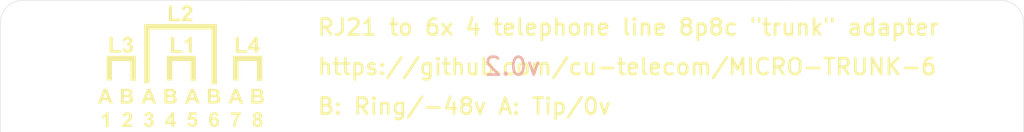
<source format=kicad_pcb>
(kicad_pcb (version 20240108) (generator "pcbnew") (generator_version "8.0")
  (layers (0 "F.Cu" signal) (31 "B.Cu" signal) (34 "B.Paste" user) (35 "F.Paste" user) (36 "B.SilkS" user "B.Silkscreen") (37 "F.SilkS" user "F.Silkscreen") (38 "B.Mask" user) (39 "F.Mask" user) (44 "Edge.Cuts" user))
  (net 0 "")
  (footprint "MountingHole:MountingHole_3.2mm_M3" (layer "F.Cu") (at 200.195936 99.726177)
    (property "Reference" "H3" (hide yes))
    (property "Value" "MountingHole" (hide yes))
    (pad "" np_thru_hole circle (at 0 0) (size 3.2 3.2) (drill 3.2) (layers "F&B.Cu" "*.Mask"))
  )
  (footprint "MountingHole:MountingHole_3.2mm_M3" (layer "F.Cu") (at 94.22594 99.726177)
    (property "Reference" "H1" (hide yes))
    (property "Value" "MountingHole" (hide yes))
    (pad "" np_thru_hole circle (at 0 0) (size 3.2 3.2) (drill 3.2) (layers "F&B.Cu" "*.Mask"))
  )
  (gr_poly (pts (xy 113.818746 102.278405) (xy 113.863743 102.279201) (xy 113.905558 102.280527) (xy 113.944191 102.282385) (xy 113.979641 102.284772) (xy 114.01191 102.287691) (xy 114.040997 102.29114) (xy 114.066901 102.29512) (xy 114.079116 102.297241) (xy 114.091161 102.299646) (xy 114.103036 102.302334) (xy 114.114741 102.305304) (xy 114.126277 102.308558) (xy 114.137642 102.312095) (xy 114.148838 102.315916) (xy 114.159864 102.320019) (xy 114.17072 102.324405) (xy 114.181406 102.329075) (xy 114.191922 102.334027) (xy 114.202268 102.339263) (xy 114.212445 102.344782) (xy 114.222451 102.350584) (xy 114.232288 102.356669) (xy 114.241955 102.363037) (xy 114.251577 102.369682) (xy 114.260994 102.376602) (xy 114.270205 102.383796) (xy 114.279211 102.391264) (xy 114.288011 102.399006) (xy 114.296606 102.407022) (xy 114.304995 102.415312) (xy 114.313178 102.423877) (xy 114.321156 102.432716) (xy 114.328928 102.441828) (xy 114.336494 102.451215) (xy 114.343855 102.460877) (xy 114.351011 102.470812) (xy 114.35796 102.481021) (xy 114.364705 102.491505) (xy 114.371243 102.502263) (xy 114.377478 102.5131) (xy 114.383311 102.524105) (xy 114.388742 102.535278) (xy 114.39377 102.54662) (xy 114.398396 102.558129) (xy 114.40262 102.569806) (xy 114.406441 102.581652) (xy 114.40986 102.593665) (xy 114.412877 102.605847) (xy 114.415492 102.618197) (xy 114.417704 102.630714) (xy 114.419514 102.6434) (xy 114.420922 102.656253) (xy 114.421928 102.669275) (xy 114.422531 102.682465) (xy 114.422733 102.695823) (xy 114.422482 102.710321) (xy 114.421731 102.724668) (xy 114.42048 102.738866) (xy 114.418728 102.752913) (xy 114.416475 102.76681) (xy 114.413722 102.780557) (xy 114.410468 102.794153) (xy 114.406714 102.807599) (xy 114.402459 102.820895) (xy 114.397703 102.83404) (xy 114.392447 102.847035) (xy 114.386691 102.85988) (xy 114.380433 102.872574) (xy 114.373676 102.885119) (xy 114.366417 102.897513) (xy 114.358658 102.909756) (xy 114.350613 102.921734) (xy 114.342211 102.933332) (xy 114.333451 102.944549) (xy 114.324334 102.955386) (xy 114.314859 102.965843) (xy 114.305027 102.97592) (xy 114.294837 102.985616) (xy 114.284289 102.994933) (xy 114.273384 103.003869) (xy 114.262121 103.012425) (xy 114.250501 103.0206) (xy 114.238523 103.028396) (xy 114.226188 103.035811) (xy 114.213495 103.042846) (xy 114.200445 103.0495) (xy 114.187037 103.055775) (xy 114.205924 103.061536) (xy 114.224257 103.067784) (xy 114.242036 103.074518) (xy 114.259261 103.081738) (xy 114.275932 103.089445) (xy 114.292048 103.097638) (xy 114.30761 103.106318) (xy 114.322618 103.115484) (xy 114.337072 103.125136) (xy 114.350972 103.135275) (xy 114.364317 103.1459) (xy 114.377108 103.157011) (xy 114.389346 103.168609) (xy 114.401028 103.180693) (xy 114.412157 103.193264) (xy 114.422731 103.206321) (xy 114.432707 103.219767) (xy 114.442038 103.233504) (xy 114.450727 103.247534) (xy 114.458771 103.261856) (xy 114.466172 103.276469) (xy 114.47293 103.291374) (xy 114.479044 103.306571) (xy 114.484514 103.32206) (xy 114.489341 103.33784) (xy 114.493524 103.353913) (xy 114.497064 103.370277) (xy 114.49996 103.386933) (xy 114.502212 103.403881) (xy 114.503821 103.421121) (xy 114.504786 103.438652) (xy 114.505108 103.456476) (xy 114.504898 103.470603) (xy 114.504268 103.484686) (xy 114.503218 103.498724) (xy 114.501747 103.512719) (xy 114.499857 103.526669) (xy 114.497546 103.540575) (xy 114.494815 103.554436) (xy 114.491665 103.568254) (xy 114.488094 103.582027) (xy 114.484103 103.595756) (xy 114.479691 103.609441) (xy 114.47486 103.623081) (xy 114.469609 103.636677) (xy 114.463937 103.650229) (xy 114.457845 103.663737) (xy 114.451334 103.6772) (xy 114.444598 103.690337) (xy 114.43755 103.703146) (xy 114.43019 103.715628) (xy 114.422516 103.727783) (xy 114.414529 103.739611) (xy 114.40623 103.751111) (xy 114.397618 103.762285) (xy 114.388693 103.773131) (xy 114.379455 103.783649) (xy 114.369904 103.793841) (xy 114.36004 103.803705) (xy 114.349864 103.813243) (xy 114.339374 103.822453) (xy 114.328572 103.831335) (xy 114.317457 103.839891) (xy 114.306029 103.848119) (xy 114.294418 103.855853) (xy 114.282466 103.863206) (xy 114.270176 103.870179) (xy 114.257545 103.876772) (xy 114.244575 103.882984) (xy 114.231265 103.888816) (xy 114.217616 103.894268) (xy 114.203627 103.89934) (xy 114.189298 103.904031) (xy 114.17463 103.908343) (xy 114.159622 103.912274) (xy 114.144275 103.915824) (xy 114.128587 103.918994) (xy 114.11256 103.921785) (xy 114.096194 103.924194) (xy 114.079488 103.926224) (xy 114.054585 103.928382) (xy 114.022209 103.930328) (xy 113.982361 103.932061) (xy 113.93504 103.933581) (xy 113.817979 103.935983) (xy 113.671027 103.937534) (xy 113.100098 103.937534) (xy 113.100097 103.657956) (xy 113.438764 103.657956) (xy 113.75226 103.657956) (xy 113.835425 103.657318) (xy 113.870733 103.656522) (xy 113.901858 103.655406) (xy 113.928798 103.653972) (xy 113.951556 103.652218) (xy 113.97013 103.650146) (xy 113.984521 103.647756) (xy 113.993848 103.645907) (xy 114.002952 103.643757) (xy 114.011833 103.641307) (xy 114.02049 103.638556) (xy 114.028923 103.635505) (xy 114.037133 103.632153) (xy 114.04512 103.628501) (xy 114.052883 103.624548) (xy 114.060423 103.620294) (xy 114.06774 103.61574) (xy 114.074832 103.610885) (xy 114.081702 103.60573) (xy 114.088348 103.600274) (xy 114.094771 103.594518) (xy 114.10097 103.588461) (xy 114.106945 103.582103) (xy 114.112764 103.575316) (xy 114.118208 103.568254) (xy 114.123276 103.560919) (xy 114.127969 103.553309) (xy 114.132286 103.545425) (xy 114.136228 103.537267) (xy 114.139794 103.528835) (xy 114.142986 103.520129) (xy 114.145801 103.511149) (xy 114.148241 103.501894) (xy 114.150306 103.492366) (xy 114.151996 103.482563) (xy 114.15331 103.472486) (xy 114.154248 103.462135) (xy 114.154811 103.45151) (xy 114.154999 103.440611) (xy 114.154856 103.431361) (xy 114.154427 103.422288) (xy 114.153712 103.413392) (xy 114.152711 103.404673) (xy 114.151424 103.396131) (xy 114.149851 103.387765) (xy 114.147991 103.379576) (xy 114.145846 103.371565) (xy 114.143415 103.36373) (xy 114.140698 103.356071) (xy 114.137694 103.34859) (xy 114.134405 103.341286) (xy 114.13083 103.334158) (xy 114.126968 103.327207) (xy 114.122821 103.320434) (xy 114.118387 103.313837) (xy 114.113681 103.307439) (xy 114.108716 103.301262) (xy 114.103491 103.295306) (xy 114.098007 103.289571) (xy 114.092264 103.284057) (xy 114.086262 103.278765) (xy 114.08 103.273693) (xy 114.07348 103.268843) (xy 114.0667 103.264213) (xy 114.05966 103.259805) (xy 114.052362 103.255617) (xy 114.044804 103.251651) (xy 114.036987 103.247906) (xy 114.02891 103.244382) (xy 114.020575 103.241079) (xy 114.01198 103.237997) (xy 114.002765 103.23512) (xy 113.99228 103.232428) (xy 113.980526 103.229922) (xy 113.967503 103.227602) (xy 113.95321 103.225467) (xy 113.937648 103.223518) (xy 113.920817 103.221755) (xy 113.902716 103.220177) (xy 113.862707 103.217578) (xy 113.81762 103.215722) (xy 113.767456 103.214608) (xy 113.712215 103.214236) (xy 113.438764 103.214241) (xy 113.438764 103.657956) (xy 113.100097 103.657956) (xy 113.100097 102.938052) (xy 113.438764 102.938052) (xy 113.660728 102.938052) (xy 113.750329 102.937697) (xy 113.821194 102.936634) (xy 113.873324 102.934862) (xy 113.892363 102.93371) (xy 113.906718 102.932381) (xy 113.91744 102.930956) (xy 113.927867 102.92923) (xy 113.937999 102.927204) (xy 113.947836 102.924877) (xy 113.957378 102.92225) (xy 113.966625 102.919323) (xy 113.975578 102.916095) (xy 113.984235 102.912566) (xy 113.992597 102.908737) (xy 114.000664 102.904608) (xy 114.008436 102.900178) (xy 114.015914 102.895447) (xy 114.023096 102.890416) (xy 114.029983 102.885085) (xy 114.036576 102.879453) (xy 114.042873 102.873521) (xy 114.04897 102.867176) (xy 114.054672 102.860592) (xy 114.059982 102.85377) (xy 114.064898 102.846709) (xy 114.069421 102.839409) (xy 114.073551 102.83187) (xy 114.077287 102.824093) (xy 114.08063 102.816076) (xy 114.08358 102.807822) (xy 114.086137 102.799328) (xy 114.0883 102.790595) (xy 114.09007 102.781624) (xy 114.091446 102.772414) (xy 114.092429 102.762965) (xy 114.093019 102.753277) (xy 114.093216 102.743351) (xy 114.093046 102.733845) (xy 114.092537 102.724568) (xy 114.091687 102.715522) (xy 114.090498 102.706705) (xy 114.08897 102.698118) (xy 114.087102 102.689761) (xy 114.084894 102.681635) (xy 114.082346 102.673738) (xy 114.079459 102.666071) (xy 114.076232 102.658634) (xy 114.072665 102.651427) (xy 114.068759 102.644449) (xy 114.064513 102.637702) (xy 114.059927 102.631184) (xy 114.055002 102.624897) (xy 114.049736 102.618839) (xy 114.044279 102.612905) (xy 114.038492 102.607272) (xy 114.032373 102.601939) (xy 114.025924 102.596907) (xy 114.019144 102.592176) (xy 114.012033 102.587746) (xy 114.004592 102.583616) (xy 113.99682 102.579787) (xy 113.988717 102.576258) (xy 113.980284 102.57303) (xy 113.97152 102.570103) (xy 113.962425 102.567477) (xy 113.952999 102.565151) (xy 113.943243 102.563127) (xy 113.933156 102.561402) (xy 113.922738 102.559979) (xy 113.907202 102.55865) (xy 113.885767 102.557498) (xy 113.858433 102.556524) (xy 113.825199 102.555726) (xy 113.741032 102.554663) (xy 113.633268 102.554308) (xy 113.438764 102.554328) (xy 113.438764 102.938052) (xy 113.100097 102.938052) (xy 113.100096 102.27814) (xy 113.770567 102.27814)) (stroke (width -0.000001)) (fill solid) (layer "F.SilkS"))
  (gr_poly (pts (xy 103.514898 97.728972) (xy 103.514897 97.728972) (xy 103.514898 97.728972)) (stroke (width -0.000001)) (fill solid) (layer "F.SilkS"))
  (gr_poly (pts (xy 107.328758 103.937541) (xy 106.960343 103.937541) (xy 106.813892 103.560609) (xy 106.143422 103.560609) (xy 106.00498 103.937541) (xy 105.645718 103.937541) (xy 105.904189 103.281024) (xy 106.247539 103.281024) (xy 106.705198 103.281024) (xy 106.474081 102.665257) (xy 106.247539 103.281024) (xy 105.904189 103.281024) (xy 106.299025 102.27814) (xy 106.657144 102.27814)) (stroke (width -0.000001)) (fill solid) (layer "F.SilkS"))
  (gr_poly (pts (xy 104.064928 102.278404) (xy 104.109925 102.2792) (xy 104.15174 102.280527) (xy 104.190372 102.282384) (xy 104.225823 102.284772) (xy 104.258092 102.28769) (xy 104.287178 102.291139) (xy 104.313082 102.295119) (xy 104.325297 102.297241) (xy 104.337342 102.299645) (xy 104.349217 102.302333) (xy 104.360922 102.305304) (xy 104.372457 102.308558) (xy 104.383823 102.312095) (xy 104.395018 102.315915) (xy 104.406044 102.320018) (xy 104.4169 102.324405) (xy 104.427586 102.329074) (xy 104.438103 102.334027) (xy 104.448449 102.339262) (xy 104.458626 102.344781) (xy 104.468632 102.350583) (xy 104.478469 102.356668) (xy 104.488136 102.363036) (xy 104.497759 102.369682) (xy 104.507176 102.376602) (xy 104.516387 102.383795) (xy 104.525393 102.391263) (xy 104.534193 102.399005) (xy 104.542787 102.407022) (xy 104.551176 102.415312) (xy 104.55936 102.423877) (xy 104.567337 102.432715) (xy 104.575109 102.441828) (xy 104.582676 102.451215) (xy 104.590037 102.460877) (xy 104.597192 102.470812) (xy 104.604142 102.481021) (xy 104.610886 102.491505) (xy 104.617425 102.502263) (xy 104.62366 102.5131) (xy 104.629492 102.524105) (xy 104.634922 102.535278) (xy 104.63995 102.54662) (xy 104.644576 102.558129) (xy 104.6488 102.569806) (xy 104.652621 102.581652) (xy 104.65604 102.593665) (xy 104.659057 102.605847) (xy 104.661671 102.618197) (xy 104.663884 102.630714) (xy 104.665694 102.6434) (xy 104.667102 102.656253) (xy 104.668107 102.669275) (xy 104.66871 102.682465) (xy 104.668912 102.695823) (xy 104.668661 102.710321) (xy 104.66791 102.724668) (xy 104.666659 102.738866) (xy 104.664907 102.752913) (xy 104.662655 102.76681) (xy 104.659902 102.780557) (xy 104.656648 102.794153) (xy 104.652894 102.807599) (xy 104.648639 102.820895) (xy 104.643884 102.83404) (xy 104.638628 102.847035) (xy 104.632871 102.85988) (xy 104.626614 102.872574) (xy 104.619856 102.885119) (xy 104.612598 102.897513) (xy 104.60484 102.909756) (xy 104.596795 102.921734) (xy 104.588392 102.933332) (xy 104.579633 102.944549) (xy 104.570515 102.955386) (xy 104.56104 102.965843) (xy 104.551208 102.97592) (xy 104.541018 102.985616) (xy 104.53047 102.994933) (xy 104.519565 103.003869) (xy 104.508302 103.012425) (xy 104.496682 103.0206) (xy 104.484704 103.028396) (xy 104.472369 103.035811) (xy 104.459676 103.042846) (xy 104.446626 103.0495) (xy 104.433218 103.055775) (xy 104.452105 103.061536) (xy 104.470438 103.067784) (xy 104.488217 103.074518) (xy 104.505442 103.081738) (xy 104.522112 103.089445) (xy 104.538229 103.097638) (xy 104.553791 103.106318) (xy 104.568799 103.115484) (xy 104.583253 103.125136) (xy 104.597152 103.135275) (xy 104.610498 103.1459) (xy 104.623289 103.157011) (xy 104.635526 103.168609) (xy 104.647209 103.180693) (xy 104.658337 103.193264) (xy 104.668912 103.206321) (xy 104.678887 103.219767) (xy 104.688219 103.233504) (xy 104.696908 103.247534) (xy 104.704952 103.261856) (xy 104.712354 103.276469) (xy 104.719111 103.291374) (xy 104.725225 103.306571) (xy 104.730696 103.32206) (xy 104.735523 103.33784) (xy 104.739706 103.353913) (xy 104.743246 103.370277) (xy 104.746142 103.386933) (xy 104.748394 103.403881) (xy 104.750003 103.421121) (xy 104.750969 103.438652) (xy 104.75129 103.456476) (xy 104.75108 103.470603) (xy 104.75045 103.484686) (xy 104.7494 103.498724) (xy 104.74793 103.512719) (xy 104.746039 103.526669) (xy 104.743728 103.540575) (xy 104.740998 103.554436) (xy 104.737847 103.568254) (xy 104.734276 103.582027) (xy 104.730285 103.595756) (xy 104.725874 103.609441) (xy 104.721042 103.623081) (xy 104.715791 103.636677) (xy 104.710119 103.650229) (xy 104.704028 103.663737) (xy 104.697516 103.6772) (xy 104.690781 103.690337) (xy 104.683733 103.703146) (xy 104.676372 103.715628) (xy 104.668698 103.727783) (xy 104.660711 103.739611) (xy 104.652411 103.751111) (xy 104.643799 103.762285) (xy 104.634874 103.773131) (xy 104.625636 103.783649) (xy 104.616085 103.793841) (xy 104.606221 103.803705) (xy 104.596044 103.813243) (xy 104.585555 103.822453) (xy 104.574752 103.831335) (xy 104.563637 103.839891) (xy 104.552209 103.848119) (xy 104.540598 103.855853) (xy 104.528647 103.863206) (xy 104.516356 103.870179) (xy 104.503726 103.876772) (xy 104.490756 103.882984) (xy 104.477446 103.888816) (xy 104.463797 103.894268) (xy 104.449808 103.89934) (xy 104.435479 103.904031) (xy 104.420811 103.908343) (xy 104.405803 103.912274) (xy 104.390455 103.915824) (xy 104.374768 103.918994) (xy 104.358741 103.921785) (xy 104.342374 103.924194) (xy 104.325668 103.926224) (xy 104.300765 103.928382) (xy 104.268389 103.930328) (xy 104.22854 103.932061) (xy 104.181219 103.933581) (xy 104.064159 103.935983) (xy 103.917208 103.937534) (xy 103.346278 103.937534) (xy 103.346278 103.657956) (xy 103.684945 103.657956) (xy 103.998441 103.657956) (xy 104.081607 103.657318) (xy 104.116915 103.656522) (xy 104.148039 103.655406) (xy 104.17498 103.653972) (xy 104.197738 103.652218) (xy 104.216312 103.650146) (xy 104.230703 103.647756) (xy 104.240031 103.645907) (xy 104.249135 103.643757) (xy 104.258015 103.641307) (xy 104.266672 103.638556) (xy 104.275106 103.635505) (xy 104.283316 103.632153) (xy 104.291303 103.628501) (xy 104.299066 103.624548) (xy 104.306606 103.620294) (xy 104.313922 103.61574) (xy 104.321015 103.610885) (xy 104.327884 103.60573) (xy 104.33453 103.600274) (xy 104.340953 103.594518) (xy 104.347152 103.588461) (xy 104.353127 103.582103) (xy 104.358946 103.575316) (xy 104.36439 103.568254) (xy 104.369458 103.560919) (xy 104.374151 103.553309) (xy 104.378468 103.545425) (xy 104.38241 103.537267) (xy 104.385976 103.528835) (xy 104.389168 103.520129) (xy 104.391983 103.511149) (xy 104.394423 103.501894) (xy 104.396488 103.492366) (xy 104.398178 103.482563) (xy 104.399492 103.472486) (xy 104.40043 103.462135) (xy 104.400993 103.45151) (xy 104.401181 103.440611) (xy 104.401038 103.431361) (xy 104.400609 103.422288) (xy 104.399894 103.413392) (xy 104.398893 103.404673) (xy 104.397606 103.396131) (xy 104.396033 103.387765) (xy 104.394173 103.379576) (xy 104.392028 103.371565) (xy 104.389597 103.36373) (xy 104.386879 103.356071) (xy 104.383876 103.34859) (xy 104.380587 103.341286) (xy 104.377011 103.334158) (xy 104.37315 103.327207) (xy 104.369002 103.320434) (xy 104.364569 103.313837) (xy 104.359863 103.307439) (xy 104.354897 103.301262) (xy 104.349673 103.295306) (xy 104.344189 103.289571) (xy 104.338446 103.284057) (xy 104.332443 103.278765) (xy 104.326182 103.273693) (xy 104.319661 103.268843) (xy 104.312881 103.264213) (xy 104.305842 103.259805) (xy 104.298544 103.255617) (xy 104.290986 103.251651) (xy 104.283169 103.247906) (xy 104.275093 103.244382) (xy 104.266758 103.241079) (xy 104.258163 103.237997) (xy 104.248947 103.23512) (xy 104.238462 103.232428) (xy 104.226708 103.229922) (xy 104.213684 103.227602) (xy 104.199392 103.225467) (xy 104.183829 103.223518) (xy 104.166998 103.221755) (xy 104.148897 103.220177) (xy 104.108888 103.217578) (xy 104.063801 103.215722) (xy 104.013638 103.214608) (xy 103.958397 103.214236) (xy 103.684945 103.214241) (xy 103.684945 103.657956) (xy 103.346278 103.657956) (xy 103.346278 102.938052) (xy 103.684945 102.938052) (xy 103.90691 102.938052) (xy 103.996511 102.937697) (xy 104.067376 102.936634) (xy 104.119506 102.934862) (xy 104.138546 102.93371) (xy 104.152901 102.932381) (xy 104.163623 102.930956) (xy 104.17405 102.92923) (xy 104.184182 102.927204) (xy 104.194019 102.924877) (xy 104.203561 102.92225) (xy 104.212808 102.919323) (xy 104.22176 102.916095) (xy 104.230417 102.912566) (xy 104.23878 102.908737) (xy 104.246847 102.904608) (xy 104.254619 102.900178) (xy 104.262096 102.895447) (xy 104.269278 102.890416) (xy 104.276166 102.885085) (xy 104.282758 102.879453) (xy 104.289055 102.873521) (xy 104.295151 102.867176) (xy 104.300854 102.860592) (xy 104.306164 102.85377) (xy 104.31108 102.846709) (xy 104.315603 102.839409) (xy 104.319732 102.83187) (xy 104.323469 102.824093) (xy 104.326812 102.816076) (xy 104.329761 102.807822) (xy 104.332318 102.799328) (xy 104.334481 102.790595) (xy 104.336251 102.781624) (xy 104.337627 102.772414) (xy 104.338611 102.762965) (xy 104.339201 102.753277) (xy 104.339397 102.743351) (xy 104.339227 102.733845) (xy 104.338718 102.724568) (xy 104.337869 102.715522) (xy 104.33668 102.706705) (xy 104.335151 102.698118) (xy 104.333283 102.689761) (xy 104.331075 102.681635) (xy 104.328528 102.673738) (xy 104.325641 102.666071) (xy 104.322414 102.658634) (xy 104.318847 102.651427) (xy 104.314941 102.644449) (xy 104.310695 102.637702) (xy 104.30611 102.631184) (xy 104.301185 102.624897) (xy 104.29592 102.618839) (xy 104.290463 102.612905) (xy 104.284675 102.607272) (xy 104.278556 102.601939) (xy 104.272107 102.596907) (xy 104.265327 102.592176) (xy 104.258216 102.587746) (xy 104.250775 102.583616) (xy 104.243003 102.579787) (xy 104.2349 102.576258) (xy 104.226466 102.57303) (xy 104.217702 102.570103) (xy 104.208607 102.567477) (xy 104.199181 102.565151) (xy 104.189425 102.563127) (xy 104.179337 102.561402) (xy 104.16892 102.559979) (xy 104.153384 102.55865) (xy 104.131949 102.557498) (xy 104.104615 102.556524) (xy 104.071381 102.555726) (xy 103.987214 102.554663) (xy 103.87945 102.554308) (xy 103.684945 102.554328) (xy 103.684945 102.938052) (xy 103.346278 102.938052) (xy 103.346278 102.278139) (xy 104.016748 102.278139)) (stroke (width -0.000001)) (fill solid) (layer "F.SilkS"))
  (gr_poly (pts (xy 111.772298 101.374385) (xy 111.172298 101.374385) (xy 111.172298 99.159542) (xy 109.103353 99.159542) (xy 109.103353 101.332198) (xy 108.503353 101.332198) (xy 108.503353 98.559542) (xy 111.772298 98.559542)) (stroke (width -0.000001)) (fill solid) (layer "F.SilkS"))
  (gr_poly (pts (xy 111.309404 98.218713) (xy 110.962944 98.218713) (xy 110.962944 96.926968) (xy 110.938945 96.948567) (xy 110.914417 96.969451) (xy 110.889358 96.98962) (xy 110.863769 97.009075) (xy 110.837651 97.027814) (xy 110.811003 97.045839) (xy 110.783825 97.06315) (xy 110.756118 97.079745) (xy 110.72788 97.095626) (xy 110.699113 97.110793) (xy 110.669816 97.125244) (xy 110.639989 97.138981) (xy 110.609633 97.152003) (xy 110.578746 97.16431) (xy 110.54733 97.175903) (xy 110.515384 97.186781) (xy 110.515384 96.875738) (xy 110.532429 96.869944) (xy 110.549656 96.86354) (xy 110.567067 96.856526) (xy 110.584661 96.848902) (xy 110.602437 96.840669) (xy 110.620397 96.831826) (xy 110.638539 96.822372) (xy 110.656865 96.812309) (xy 110.675374 96.801636) (xy 110.694065 96.790353) (xy 110.71294 96.77846) (xy 110.731998 96.765958) (xy 110.751238 96.752845) (xy 110.770662 96.739123) (xy 110.790269 96.72479) (xy 110.810058 96.709848) (xy 110.829549 96.694291) (xy 110.84826 96.67842) (xy 110.866191 96.662234) (xy 110.883342 96.645733) (xy 110.899712 96.628918) (xy 110.915302 96.611789) (xy 110.930112 96.594345) (xy 110.944142 96.576587) (xy 110.957391 96.558514) (xy 110.969861 96.540127) (xy 110.98155 96.521426) (xy 110.992458 96.502409) (xy 111.002587 96.483079) (xy 111.011935 96.463434) (xy 111.020503 96.443474) (xy 111.028291 96.4232) (xy 111.309404 96.4232)) (stroke (width -0.000001)) (fill solid) (layer "F.SilkS"))
  (gr_poly (pts (xy 102.45185 103.93754) (xy 102.083435 103.93754) (xy 101.936984 103.560608) (xy 101.266514 103.560608) (xy 101.128072 103.93754) (xy 100.76881 103.93754) (xy 101.027281 103.281023) (xy 101.370631 103.281023) (xy 101.82829 103.281023) (xy 101.597173 102.665255) (xy 101.370631 103.281023) (xy 101.027281 103.281023) (xy 101.422117 102.278138) (xy 101.780236 102.278138)) (stroke (width -0.000001)) (fill solid) (layer "F.SilkS"))
  (gr_poly (pts (xy 109.096463 94.359131) (xy 110.003913 94.359131) (xy 110.003913 94.660416) (xy 108.73151 94.660416) (xy 108.73151 92.886858) (xy 109.096463 92.886858)) (stroke (width -0.000001)) (fill solid) (layer "F.SilkS"))
  (gr_poly (pts (xy 117.082575 103.937541) (xy 116.71416 103.937541) (xy 116.567712 103.560609) (xy 115.89724 103.560609) (xy 115.758798 103.937541) (xy 115.399536 103.937541) (xy 115.658007 103.281024) (xy 116.001358 103.281024) (xy 116.459016 103.281024) (xy 116.2279 102.665257) (xy 116.001358 103.281024) (xy 115.658007 103.281024) (xy 116.052843 102.27814) (xy 116.410961 102.27814)) (stroke (width -0.000001)) (fill solid) (layer "F.SilkS"))
  (gr_poly (pts (xy 104.12959 96.408581) (xy 104.160308 96.410468) (xy 104.190236 96.413613) (xy 104.219374 96.418015) (xy 104.247722 96.423676) (xy 104.27528 96.430594) (xy 104.302049 96.438771) (xy 104.328027 96.448205) (xy 104.353216 96.458897) (xy 104.377615 96.470847) (xy 104.401224 96.484055) (xy 104.424043 96.498521) (xy 104.446072 96.514244) (xy 104.467312 96.531226) (xy 104.487761 96.549465) (xy 104.507421 96.568963) (xy 104.522799 96.585563) (xy 104.537185 96.60243) (xy 104.550579 96.619565) (xy 104.562981 96.636965) (xy 104.574391 96.654633) (xy 104.584808 96.672568) (xy 104.594233 96.690769) (xy 104.602667 96.709237) (xy 104.610108 96.727972) (xy 104.616557 96.746974) (xy 104.622013 96.766243) (xy 104.626478 96.785778) (xy 104.62995 96.805581) (xy 104.632431 96.82565) (xy 104.633919 96.845986) (xy 104.634415 96.866589) (xy 104.633399 96.895644) (xy 104.63035 96.923956) (xy 104.625269 96.951525) (xy 104.618156 96.978351) (xy 104.60901 97.004433) (xy 104.597831 97.029772) (xy 104.58462 97.054368) (xy 104.569377 97.07822) (xy 104.552101 97.101329) (xy 104.532793 97.123695) (xy 104.511453 97.145318) (xy 104.48808 97.166197) (xy 104.462674 97.186333) (xy 104.435236 97.205725) (xy 104.405766 97.224375) (xy 104.374263 97.242281) (xy 104.393436 97.246716) (xy 104.412118 97.251791) (xy 104.430309 97.257504) (xy 104.448008 97.263855) (xy 104.465217 97.270845) (xy 104.481934 97.278474) (xy 104.498159 97.28674) (xy 104.513894 97.295646) (xy 104.529137 97.30519) (xy 104.543889 97.315372) (xy 104.55815 97.326193) (xy 104.57192 97.337652) (xy 104.585198 97.34975) (xy 104.597985 97.362486) (xy 104.610281 97.37586) (xy 104.622085 97.389874) (xy 104.633432 97.404392) (xy 104.644047 97.419282) (xy 104.65393 97.434543) (xy 104.663081 97.450176) (xy 104.6715 97.466181) (xy 104.679186 97.482558) (xy 104.686141 97.499306) (xy 104.692363 97.516425) (xy 104.697854 97.533917) (xy 104.702612 97.55178) (xy 104.706639 97.570015) (xy 104.709933 97.588621) (xy 104.712495 97.607599) (xy 104.714325 97.626949) (xy 104.715423 97.64667) (xy 104.715789 97.666763) (xy 104.71511 97.695918) (xy 104.713073 97.724531) (xy 104.709678 97.7526) (xy 104.704924 97.780126) (xy 104.698812 97.807109) (xy 104.691342 97.833548) (xy 104.682514 97.859445) (xy 104.672328 97.884798) (xy 104.660784 97.909608) (xy 104.647881 97.933875) (xy 104.63362 97.957599) (xy 104.618001 97.980779) (xy 104.601024 98.003417) (xy 104.582689 98.025511) (xy 104.562995 98.047062) (xy 104.541944 98.06807) (xy 104.519881 98.088158) (xy 104.497153 98.10695) (xy 104.473761 98.124446) (xy 104.449704 98.140646) (xy 104.424982 98.155551) (xy 104.399596 98.169159) (xy 104.373545 98.181471) (xy 104.346829 98.192487) (xy 104.319449 98.202207) (xy 104.291404 98.210631) (xy 104.262695 98.217759) (xy 104.233321 98.223591) (xy 104.203282 98.228127) (xy 104.172579 98.231367) (xy 104.141211 98.233311) (xy 104.109179 98.233959) (xy 104.078836 98.233416) (xy 104.049149 98.231787) (xy 104.020117 98.229071) (xy 103.99174 98.225269) (xy 103.964018 98.22038) (xy 103.936951 98.214405) (xy 103.910539 98.207344) (xy 103.884782 98.199196) (xy 103.85968 98.189962) (xy 103.835233 98.179641) (xy 103.811441 98.168235) (xy 103.788304 98.155741) (xy 103.765822 98.142162) (xy 103.743995 98.127496) (xy 103.722823 98.111744) (xy 103.702306 98.094905) (xy 103.682646 98.077037) (xy 103.664046 98.058502) (xy 103.646505 98.0393) (xy 103.630024 98.019431) (xy 103.614603 97.998895) (xy 103.600241 97.977692) (xy 103.586938 97.955822) (xy 103.574696 97.933284) (xy 103.563512 97.91008) (xy 103.553389 97.886208) (xy 103.544325 97.86167) (xy 103.53632 97.836464) (xy 103.529375 97.810592) (xy 103.52349 97.784052) (xy 103.518664 97.756845) (xy 103.514898 97.728972) (xy 103.850259 97.688719) (xy 103.852474 97.704343) (xy 103.855114 97.7195) (xy 103.858177 97.734189) (xy 103.861664 97.748412) (xy 103.865575 97.762168) (xy 103.869909 97.775457) (xy 103.874668 97.788279) (xy 103.87985 97.800634) (xy 103.885456 97.812522) (xy 103.891486 97.823943) (xy 103.89794 97.834897) (xy 103.904817 97.845385) (xy 103.912119 97.855405) (xy 103.919844 97.864958) (xy 103.927993 97.874045) (xy 103.936566 97.882664) (xy 103.945466 97.890788) (xy 103.954598 97.898388) (xy 103.96396 97.905463) (xy 103.973554 97.912015) (xy 103.983379 97.918042) (xy 103.993435 97.923546) (xy 104.003723 97.928525) (xy 104.014241 97.93298) (xy 104.024991 97.936911) (xy 104.035972 97.940318) (xy 104.047184 97.9432) (xy 104.058628 97.945559) (xy 104.070302 97.947393) (xy 104.082208 97.948703) (xy 104.094345 97.94949) (xy 104.106713 97.949752) (xy 104.119986 97.949437) (xy 104.13299 97.948494) (xy 104.145724 97.946921) (xy 104.158188 97.94472) (xy 104.170383 97.94189) (xy 104.182308 97.938431) (xy 104.193963 97.934342) (xy 104.205349 97.929625) (xy 104.216464 97.924279) (xy 104.22731 97.918304) (xy 104.237887 97.9117) (xy 104.248193 97.904467) (xy 104.25823 97.896606) (xy 104.267998 97.888115) (xy 104.277495 97.878995) (xy 104.286723 97.869247) (xy 104.295681 97.858964) (xy 104.304061 97.848244) (xy 104.311863 97.837085) (xy 104.319088 97.825487) (xy 104.325734 97.813451) (xy 104.331802 97.800977) (xy 104.337293 97.788065) (xy 104.342205 97.774714) (xy 104.34654 97.760925) (xy 104.350297 97.746697) (xy 104.353475 97.732031) (xy 104.356076 97.716927) (xy 104.358099 97.701384) (xy 104.359544 97.685403) (xy 104.360411 97.668984) (xy 104.3607 97.652126) (xy 104.360425 97.636173) (xy 104.359602 97.62064) (xy 104.358229 97.605527) (xy 104.356307 97.590832) (xy 104.353837 97.576557) (xy 104.350817 97.562701) (xy 104.347248 97.549264) (xy 104.34313 97.536247) (xy 104.338463 97.523649) (xy 104.333247 97.51147) (xy 104.327483 97.499711) (xy 104.321169 97.488371) (xy 104.314305 97.47745) (xy 104.306893 97.466948) (xy 104.298932 97.456866) (xy 104.290422 97.447203) (xy 104.281517 97.438045) (xy 104.272371 97.429478) (xy 104.262984 97.421502) (xy 104.253356 97.414117) (xy 104.243488 97.407322) (xy 104.233379 97.401119) (xy 104.223029 97.395506) (xy 104.212438 97.390484) (xy 104.201606 97.386053) (xy 104.190534 97.382212) (xy 104.17922 97.378963) (xy 104.167666 97.376304) (xy 104.155872 97.374236) (xy 104.143836 97.372759) (xy 104.131559 97.371873) (xy 104.119042 97.371577) (xy 104.110619 97.371677) (xy 104.101993 97.371978) (xy 104.084134 97.373178) (xy 104.065467 97.375179) (xy 104.04599 97.377981) (xy 104.025704 97.381583) (xy 104.004609 97.385985) (xy 103.982705 97.391188) (xy 103.959991 97.397191) (xy 103.998213 97.117862) (xy 104.015522 97.118058) (xy 104.032311 97.117729) (xy 104.048581 97.116876) (xy 104.06433 97.115499) (xy 104.079558 97.113598) (xy 104.094267 97.111173) (xy 104.108456 97.108223) (xy 104.122124 97.10475) (xy 104.135272 97.100752) (xy 104.147901 97.096231) (xy 104.160009 97.091185) (xy 104.171596 97.085615) (xy 104.182664 97.07952) (xy 104.193212 97.072902) (xy 104.203239 97.06576) (xy 104.212746 97.058093) (xy 104.221704 97.04985) (xy 104.230084 97.041283) (xy 104.237887 97.032392) (xy 104.245111 97.023177) (xy 104.251757 97.013638) (xy 104.257826 97.003775) (xy 104.263316 96.993588) (xy 104.268229 96.983077) (xy 104.272563 96.972242) (xy 104.27632 96.961082) (xy 104.279498 96.949599) (xy 104.282099 96.937792) (xy 104.284122 96.925661) (xy 104.285567 96.913206) (xy 104.286434 96.900427) (xy 104.286723 96.887324) (xy 104.286511 96.876184) (xy 104.285875 96.86533) (xy 104.284815 96.854762) (xy 104.283332 96.844479) (xy 104.281425 96.834483) (xy 104.279094 96.824772) (xy 104.276339 96.815347) (xy 104.27316 96.806209) (xy 104.269558 96.797356) (xy 104.265531 96.788789) (xy 104.261081 96.780508) (xy 104.256207 96.772512) (xy 104.250909 96.764803) (xy 104.245188 96.757379) (xy 104.239042 96.750242) (xy 104.232473 96.74339) (xy 104.225552 96.736891) (xy 104.218352 96.730811) (xy 104.210872 96.725151) (xy 104.203113 96.719909) (xy 104.195075 96.715088) (xy 104.186758 96.710685) (xy 104.178161 96.706702) (xy 104.169284 96.703137) (xy 104.160129 96.699993) (xy 104.150694 96.697267) (xy 104.140979 96.694961) (xy 104.130986 96.693074) (xy 104.120713 96.691607) (xy 104.11016 96.690559) (xy 104.099329 96.68993) (xy 104.088217 96.68972) (xy 104.077222 96.689958) (xy 104.066429 96.690673) (xy 104.055838 96.691864) (xy 104.04545 96.693532) (xy 104.035264 96.695676) (xy 104.02528 96.698297) (xy 104.015498 96.701394) (xy 104.005919 96.704967) (xy 103.996542 96.709017) (xy 103.987367 96.713544) (xy 103.978394 96.718547) (xy 103.969624 96.724026) (xy 103.961056 96.729982) (xy 103.95269 96.736414) (xy 103.944527 96.743323) (xy 103.936565 96.750709) (xy 103.928898 96.758552) (xy 103.921616 96.766833) (xy 103.914719 96.775552) (xy 103.908207 96.78471) (xy 103.902081 96.794306) (xy 103.89634 96.804341) (xy 103.890984 96.814814) (xy 103.886014 96.825725) (xy 103.881429 96.837075) (xy 103.877229 96.848863) (xy 103.873415 96.861089) (xy 103.869986 96.873754) (xy 103.866942 96.886857) (xy 103.864284 96.900399) (xy 103.86201 96.914378) (xy 103.860122 96.928797) (xy 103.540789 96.875127) (xy 103.549632 96.835598) (xy 103.559515 96.798128) (xy 103.564846 96.780165) (xy 103.570438 96.762717) (xy 103.576289 96.745783) (xy 103.582401 96.729363) (xy 103.588773 96.713459) (xy 103.595405 96.698068) (xy 103.602297 96.683193) (xy 103.609449 96.668832) (xy 103.616861 96.654986) (xy 103.624533 96.641654) (xy 103.632466 96.628836) (xy 103.640658 96.616534) (xy 103.649337 96.604503) (xy 103.65842 96.592805) (xy 103.667908 96.581441) (xy 103.677801 96.570411) (xy 103.688098 96.559714) (xy 103.698799 96.549351) (xy 103.709905 96.539321) (xy 103.721416 96.529625) (xy 103.733331 96.520262) (xy 103.745651 96.511233) (xy 103.758376 96.502537) (xy 103.771505 96.494175) (xy 103.785038 96.486146) (xy 103.798976 96.478451) (xy 103.813319 96.47109) (xy 103.828066 96.464062) (xy 103.843281 96.457267) (xy 103.858717 96.450911) (xy 103.874374 96.444993) (xy 103.890253 96.439514) (xy 103.906354 96.434473) (xy 103.922676 96.42987) (xy 103.93922 96.425706) (xy 103.955985 96.42198) (xy 103.972972 96.418692) (xy 103.99018 96.415843) (xy 104.00761 96.413432) (xy 104.025261 96.411459) (xy 104.043134 96.409925) (xy 104.061229 96.408829) (xy 104.079545 96.408171) (xy 104.098082 96.407952)) (stroke (width -0.000001)) (fill solid) (layer "F.SilkS"))
  (gr_poly (pts (xy 104.110867 104.90706) (xy 104.140655 104.908612) (xy 104.169612 104.911199) (xy 104.197738 104.91482) (xy 104.225032 104.919476) (xy 104.251495 104.925166) (xy 104.277126 104.931892) (xy 104.301926 104.939651) (xy 104.325895 104.948446) (xy 104.349033 104.958275) (xy 104.37134 104.969139) (xy 104.392815 104.981037) (xy 104.413459 104.99397) (xy 104.433271 105.007938) (xy 104.452252 105.02294) (xy 104.470402 105.038977) (xy 104.487582 105.055784) (xy 104.503654 105.073094) (xy 104.518617 105.090909) (xy 104.532472 105.109228) (xy 104.545219 105.12805) (xy 104.556857 105.147377) (xy 104.567387 105.167208) (xy 104.576808 105.187543) (xy 104.585121 105.208382) (xy 104.592325 105.229725) (xy 104.598422 105.251572) (xy 104.603409 105.273923) (xy 104.607289 105.296778) (xy 104.61006 105.320137) (xy 104.611722 105.344001) (xy 104.612277 105.368368) (xy 104.612116 105.382336) (xy 104.611633 105.396224) (xy 104.610828 105.410032) (xy 104.609702 105.423761) (xy 104.608254 105.43741) (xy 104.606484 105.45098) (xy 104.604393 105.46447) (xy 104.601979 105.477881) (xy 104.599244 105.491212) (xy 104.596187 105.504464) (xy 104.592808 105.517636) (xy 104.589108 105.530728) (xy 104.585085 105.543741) (xy 104.580741 105.556674) (xy 104.576075 105.569528) (xy 104.571088 105.582302) (xy 104.565894 105.594934) (xy 104.560325 105.607646) (xy 104.554381 105.620437) (xy 104.548062 105.633309) (xy 104.541367 105.646259) (xy 104.534296 105.65929) (xy 104.52685 105.6724) (xy 104.519029 105.685589) (xy 104.50226 105.712208) (xy 104.483989 105.739144) (xy 104.464217 105.766399) (xy 104.442943 105.793973) (xy 104.435283 105.803422) (xy 104.426889 105.813375) (xy 104.407904 105.834793) (xy 104.385986 105.858227) (xy 104.361137 105.883677) (xy 104.333355 105.911144) (xy 104.302642 105.940626) (xy 104.268997 105.972125) (xy 104.23242 106.00564) (xy 104.16327 106.068887) (xy 104.107994 106.120532) (xy 104.06659 106.160573) (xy 104.05109 106.176243) (xy 104.039059 106.189013) (xy 104.02928 106.200297) (xy 104.019966 106.21151) (xy 104.011117 106.222653) (xy 104.002733 106.233724) (xy 103.994813 106.244725) (xy 103.987358 106.255655) (xy 103.980368 106.266514) (xy 103.973842 106.277303) (xy 104.612276 106.277304) (xy 104.612276 106.572738) (xy 103.485292 106.572738) (xy 103.487866 106.551868) (xy 103.491013 106.531139) (xy 103.494731 106.510552) (xy 103.499022 106.490107) (xy 103.503884 106.469803) (xy 103.509319 106.44964) (xy 103.515326 106.429619) (xy 103.521904 106.40974) (xy 103.529055 106.390002) (xy 103.536778 106.370405) (xy 103.545073 106.35095) (xy 103.55394 106.331636) (xy 103.563379 106.312464) (xy 103.573391 106.293434) (xy 103.583974 106.274545) (xy 103.595129 106.255797) (xy 103.607268 106.236598) (xy 103.620801 106.216639) (xy 103.635729 106.19592) (xy 103.652051 106.17444) (xy 103.669767 106.1522) (xy 103.688878 106.129199) (xy 103.709384 106.105437) (xy 103.731283 106.080915) (xy 103.754577 106.055633) (xy 103.779266 106.02959) (xy 103.832826 105.975222) (xy 103.891964 105.917812) (xy 103.95668 105.85736) (xy 104.008399 105.809289) (xy 104.054862 105.76525) (xy 104.096069 105.725243) (xy 104.132021 105.689269) (xy 104.162716 105.657328) (xy 104.188156 105.629419) (xy 104.208339 105.605542) (xy 104.223267 105.585698) (xy 104.231303 105.573398) (xy 104.23882 105.561114) (xy 104.245819 105.548849) (xy 104.2523 105.536601) (xy 104.258262 105.524371) (xy 104.263705 105.512159) (xy 104.268631 105.499964) (xy 104.273037 105.487787) (xy 104.276926 105.475628) (xy 104.280296 105.463486) (xy 104.283147 105.451362) (xy 104.28548 105.439256) (xy 104.287295 105.427167) (xy 104.288591 105.415096) (xy 104.289368 105.403043) (xy 104.289628 105.391007) (xy 104.2894 105.377901) (xy 104.288716 105.365185) (xy 104.287576 105.352858) (xy 104.285981 105.340919) (xy 104.283929 105.32937) (xy 104.281422 105.31821) (xy 104.278459 105.307439) (xy 104.27504 105.297057) (xy 104.271165 105.287065) (xy 104.266834 105.277461) (xy 104.262047 105.268247) (xy 104.256805 105.259421) (xy 104.251106 105.250985) (xy 104.244952 105.242938) (xy 104.238342 105.23528) (xy 104.231276 105.228011) (xy 104.223951 105.22102) (xy 104.216277 105.214481) (xy 104.208254 105.208392) (xy 104.199883 105.202755) (xy 104.191163 105.197568) (xy 104.182095 105.192833) (xy 104.172678 105.188548) (xy 104.162913 105.184715) (xy 104.152799 105.181332) (xy 104.142336 105.178401) (xy 104.131525 105.17592) (xy 104.120365 105.17389) (xy 104.108856 105.172312) (xy 104.096999 105.171184) (xy 104.084793 105.170508) (xy 104.072239 105.170282) (xy 104.059814 105.170517) (xy 104.047711 105.17122) (xy 104.03593 105.172391) (xy 104.024471 105.174032) (xy 104.013334 105.176141) (xy 104.002518 105.178719) (xy 103.992024 105.181765) (xy 103.981852 105.18528) (xy 103.972001 105.189264) (xy 103.962473 105.193717) (xy 103.953266 105.198638) (xy 103.944381 105.204028) (xy 103.935818 105.209886) (xy 103.927576 105.216213) (xy 103.919657 105.223009) (xy 103.912059 105.230273) (xy 103.904819 105.238082) (xy 103.897972 105.246509) (xy 103.891518 105.255556) (xy 103.885457 105.265221) (xy 103.87979 105.275506) (xy 103.874516 105.286409) (xy 103.869636 105.297932) (xy 103.865149 105.310073) (xy 103.861055 105.322834) (xy 103.857354 105.336214) (xy 103.854047 105.350212) (xy 103.851133 105.36483) (xy 103.848612 105.380067) (xy 103.846485 105.395923) (xy 103.84475 105.412397) (xy 103.84341 105.429491) (xy 103.523048 105.397799) (xy 103.527102 105.365552) (xy 103.532112 105.334464) (xy 103.538078 105.304534) (xy 103.545001 105.275763) (xy 103.55288 105.24815) (xy 103.561716 105.221696) (xy 103.571509 105.1964) (xy 103.582257 105.172262) (xy 103.593962 105.149283) (xy 103.606624 105.127463) (xy 103.620242 105.106801) (xy 103.634817 105.087297) (xy 103.650348 105.068952) (xy 103.666836 105.051765) (xy 103.68428 105.035737) (xy 103.70268 105.020867) (xy 103.721853 105.007023) (xy 103.741617 104.994072) (xy 103.76197 104.982015) (xy 103.782913 104.97085) (xy 103.804446 104.960579) (xy 103.82657 104.951201) (xy 103.849283 104.942716) (xy 103.872586 104.935124) (xy 103.896479 104.928425) (xy 103.920962 104.92262) (xy 103.946034 104.917707) (xy 103.971697 104.913688) (xy 103.99795 104.910562) (xy 104.024793 104.908329) (xy 104.052225 104.90699) (xy 104.080248 104.906543)) (stroke (width -0.000001)) (fill solid) (layer "F.SilkS"))
  (gr_poly (pts (xy 110.817365 92.86546) (xy 110.849465 92.867133) (xy 110.88067 92.86992) (xy 110.910978 92.873822) (xy 110.940391 92.87884) (xy 110.968907 92.884972) (xy 110.996528 92.892219) (xy 111.023254 92.900581) (xy 111.049083 92.910058) (xy 111.074017 92.92065) (xy 111.098054 92.932357) (xy 111.121196 92.945179) (xy 111.143442 92.959116) (xy 111.164793 92.974168) (xy 111.185247 92.990335) (xy 111.204806 93.007617) (xy 111.22332 93.025727) (xy 111.240639 93.044381) (xy 111.256764 93.063579) (xy 111.271694 93.083319) (xy 111.28543 93.103603) (xy 111.297971 93.124429) (xy 111.309318 93.145799) (xy 111.319471 93.167713) (xy 111.328429 93.190169) (xy 111.336193 93.213168) (xy 111.342762 93.236711) (xy 111.348137 93.260797) (xy 111.352317 93.285426) (xy 111.355303 93.310598) (xy 111.357095 93.336313) (xy 111.357692 93.362572) (xy 111.357519 93.377624) (xy 111.356999 93.39259) (xy 111.356132 93.40747) (xy 111.354918 93.422265) (xy 111.353358 93.436974) (xy 111.35145 93.451597) (xy 111.349196 93.466134) (xy 111.346595 93.480586) (xy 111.343648 93.494951) (xy 111.340353 93.509231) (xy 111.336712 93.523425) (xy 111.332724 93.537534) (xy 111.32839 93.551557) (xy 111.323708 93.565494) (xy 111.31868 93.579345) (xy 111.313305 93.59311) (xy 111.307709 93.606723) (xy 111.301708 93.620422) (xy 111.295302 93.634206) (xy 111.288492 93.648076) (xy 111.281277 93.662032) (xy 111.273658 93.676074) (xy 111.265634 93.690202) (xy 111.257206 93.704415) (xy 111.239136 93.733099) (xy 111.219447 93.762126) (xy 111.19814 93.791495) (xy 111.175215 93.821208) (xy 111.16696 93.831391) (xy 111.157915 93.842116) (xy 111.137456 93.865197) (xy 111.113837 93.89045) (xy 111.087059 93.917876) (xy 111.057121 93.947475) (xy 111.024024 93.979246) (xy 110.987768 94.01319) (xy 110.948352 94.049307) (xy 110.873836 94.117462) (xy 110.814269 94.173115) (xy 110.769652 94.216264) (xy 110.752949 94.23315) (xy 110.739984 94.246911) (xy 110.729446 94.259071) (xy 110.719409 94.271154) (xy 110.709872 94.283161) (xy 110.700837 94.295092) (xy 110.692303 94.306947) (xy 110.68427 94.318725) (xy 110.676737 94.330428) (xy 110.669706 94.342054) (xy 111.357691 94.342054) (xy 111.357691 94.660416) (xy 110.143237 94.660416) (xy 110.146011 94.637926) (xy 110.149402 94.615589) (xy 110.153409 94.593404) (xy 110.158032 94.571372) (xy 110.163272 94.549492) (xy 110.169129 94.527765) (xy 110.175602 94.50619) (xy 110.182691 94.484768) (xy 110.190397 94.463498) (xy 110.19872 94.44238) (xy 110.207658 94.421416) (xy 110.217214 94.400603) (xy 110.227385 94.379943) (xy 110.238173 94.359436) (xy 110.249578 94.339081) (xy 110.261599 94.318878) (xy 110.27468 94.298189) (xy 110.289263 94.276681) (xy 110.305349 94.254354) (xy 110.322938 94.231206) (xy 110.342029 94.20724) (xy 110.362623 94.182453) (xy 110.38472 94.156847) (xy 110.408319 94.130422) (xy 110.433422 94.103177) (xy 110.460026 94.075113) (xy 110.517744 94.016525) (xy 110.581472 93.95466) (xy 110.651211 93.889516) (xy 110.706944 93.837713) (xy 110.757013 93.790256) (xy 110.801419 93.747145) (xy 110.84016 93.708379) (xy 110.873238 93.673958) (xy 110.900652 93.643883) (xy 110.922402 93.618154) (xy 110.938488 93.596769) (xy 110.947148 93.583514) (xy 110.955249 93.570277) (xy 110.962791 93.55706) (xy 110.969775 93.543861) (xy 110.9762 93.530682) (xy 110.982066 93.517522) (xy 110.987374 93.504381) (xy 110.992122 93.491259) (xy 110.996313 93.478155) (xy 110.999944 93.465071) (xy 111.003017 93.452007) (xy 111.005531 93.438961) (xy 111.007486 93.425934) (xy 111.008883 93.412926) (xy 111.009721 93.399937) (xy 111.01 93.386968) (xy 111.009755 93.372845) (xy 111.009018 93.359141) (xy 111.00779 93.345857) (xy 111.00607 93.332992) (xy 111.00386 93.320547) (xy 111.001158 93.308521) (xy 110.997965 93.296914) (xy 110.99428 93.285726) (xy 110.990104 93.274958) (xy 110.985438 93.264609) (xy 110.980279 93.254679) (xy 110.97463 93.245168) (xy 110.968489 93.236077) (xy 110.961857 93.227405) (xy 110.954734 93.219153) (xy 110.947119 93.211319) (xy 110.939226 93.203786) (xy 110.930956 93.196739) (xy 110.922311 93.190178) (xy 110.913291 93.184103) (xy 110.903894 93.178514) (xy 110.894122 93.173411) (xy 110.883974 93.168794) (xy 110.873451 93.164663) (xy 110.862552 93.161018) (xy 110.851277 93.157859) (xy 110.839627 93.155186) (xy 110.827601 93.152999) (xy 110.815199 93.151298) (xy 110.802422 93.150083) (xy 110.789268 93.149354) (xy 110.77574 93.149111) (xy 110.76235 93.149363) (xy 110.749308 93.150121) (xy 110.736613 93.151384) (xy 110.724264 93.153151) (xy 110.712262 93.155424) (xy 110.700606 93.158202) (xy 110.689298 93.161485) (xy 110.678336 93.165273) (xy 110.667721 93.169566) (xy 110.657453 93.174364) (xy 110.647532 93.179667) (xy 110.637957 93.185476) (xy 110.628729 93.191789) (xy 110.619848 93.198607) (xy 110.611314 93.205931) (xy 110.603126 93.213759) (xy 110.595324 93.222174) (xy 110.587945 93.231255) (xy 110.580991 93.241004) (xy 110.57446 93.25142) (xy 110.568353 93.262503) (xy 110.56267 93.274252) (xy 110.557411 93.286669) (xy 110.552575 93.299753) (xy 110.548164 93.313505) (xy 110.544176 93.327923) (xy 110.540612 93.343008) (xy 110.537472 93.35876) (xy 110.534755 93.37518) (xy 110.532463 93.392266) (xy 110.530594 93.410019) (xy 110.529149 93.42844) (xy 110.183924 93.394286) (xy 110.188293 93.359537) (xy 110.193692 93.326036) (xy 110.200121 93.293783) (xy 110.207582 93.262779) (xy 110.216072 93.233023) (xy 110.225594 93.204515) (xy 110.236146 93.177256) (xy 110.247729 93.151245) (xy 110.260343 93.126483) (xy 110.273987 93.102969) (xy 110.288662 93.080703) (xy 110.304368 93.059686) (xy 110.321104 93.039917) (xy 110.338871 93.021396) (xy 110.357668 93.004124) (xy 110.377497 92.9881) (xy 110.398158 92.973182) (xy 110.419455 92.959226) (xy 110.441388 92.946232) (xy 110.463957 92.934201) (xy 110.487161 92.923133) (xy 110.511002 92.913027) (xy 110.535477 92.903883) (xy 110.560589 92.895702) (xy 110.586337 92.888483) (xy 110.61272 92.882227) (xy 110.639739 92.876934) (xy 110.667393 92.872603) (xy 110.695684 92.869234) (xy 110.72461 92.866828) (xy 110.754172 92.865384) (xy 110.78437 92.864903)) (stroke (width -0.000001)) (fill solid) (layer "F.SilkS"))
  (gr_poly (pts (xy 116.79082 105.152171) (xy 116.773782 105.169176) (xy 116.756709 105.187084) (xy 116.739601 105.205893) (xy 116.722456 105.225604) (xy 116.705276 105.246218) (xy 116.68806 105.267733) (xy 116.670809 105.29015) (xy 116.653521 105.313469) (xy 116.636198 105.337691) (xy 116.61884 105.362814) (xy 116.601445 105.388839) (xy 116.584015 105.415767) (xy 116.566549 105.443596) (xy 116.549048 105.472327) (xy 116.513938 105.532496) (xy 116.479791 105.594964) (xy 116.447719 105.658423) (xy 116.417721 105.722872) (xy 116.389796 105.788312) (xy 116.363946 105.854742) (xy 116.340169 105.922162) (xy 116.318467 105.990573) (xy 116.298838 106.059974) (xy 116.281693 106.128667) (xy 116.266873 106.195522) (xy 116.254376 106.260537) (xy 116.244204 106.323712) (xy 116.236356 106.385049) (xy 116.230832 106.444546) (xy 116.227633 106.502203) (xy 116.226757 106.558022) (xy 115.916692 106.558022) (xy 115.91819 106.514955) (xy 115.920679 106.471783) (xy 115.924161 106.428504) (xy 115.928635 106.38512) (xy 115.934101 106.341629) (xy 115.940559 106.298032) (xy 115.948009 106.25433) (xy 115.956452 106.210521) (xy 115.965887 106.166605) (xy 115.976314 106.122584) (xy 115.987733 106.078457) (xy 116.000144 106.034223) (xy 116.027943 105.945438) (xy 116.059711 105.856229) (xy 116.095162 105.767991) (xy 116.133437 105.682124) (xy 116.174536 105.598626) (xy 116.218461 105.517499) (xy 116.241482 105.477824) (xy 116.26521 105.438741) (xy 116.289644 105.400251) (xy 116.314784 105.362354) (xy 116.34063 105.325048) (xy 116.367182 105.288336) (xy 116.394441 105.252216) (xy 116.422406 105.216688) (xy 115.691295 105.216689) (xy 115.691295 104.921258) (xy 116.79082 104.921258)) (stroke (width -0.000001)) (fill solid) (layer "F.SilkS"))
  (gr_poly (pts (xy 119.205501 98.559543) (xy 119.205501 101.374386) (xy 118.605501 101.374386) (xy 118.605501 99.159543) (xy 116.536555 99.159543) (xy 116.536555 101.332199) (xy 115.936555 101.332199) (xy 115.936555 98.559542)) (stroke (width -0.000001)) (fill solid) (layer "F.SilkS"))
  (gr_poly (pts (xy 105.028158 101.374386) (xy 104.428158 101.374386) (xy 104.428158 99.159543) (xy 102.359213 99.159543) (xy 102.359213 101.332199) (xy 101.759213 101.332199) (xy 101.759213 98.559542) (xy 105.028158 98.559542)) (stroke (width -0.000001)) (fill solid) (layer "F.SilkS"))
  (gr_poly (pts (xy 116.588614 97.917428) (xy 117.496063 97.917428) (xy 117.496063 98.218713) (xy 116.223661 98.218713) (xy 116.223661 96.445156) (xy 116.588614 96.445156)) (stroke (width -0.000001)) (fill solid) (layer "F.SilkS"))
  (gr_poly (pts (xy 105.930041 106.118271) (xy 105.930039 106.118271) (xy 105.930039 106.118258)) (stroke (width -0.000001)) (fill solid) (layer "F.SilkS"))
  (gr_poly (pts (xy 108.941837 102.278404) (xy 108.986834 102.2792) (xy 109.028649 102.280527) (xy 109.067282 102.282384) (xy 109.102732 102.284772) (xy 109.135001 102.28769) (xy 109.164087 102.291139) (xy 109.189991 102.295119) (xy 109.202206 102.297241) (xy 109.214251 102.299645) (xy 109.226126 102.302333) (xy 109.237831 102.305304) (xy 109.249366 102.308558) (xy 109.260732 102.312095) (xy 109.271928 102.315915) (xy 109.282953 102.320018) (xy 109.293809 102.324405) (xy 109.304495 102.329074) (xy 109.315012 102.334027) (xy 109.325358 102.339262) (xy 109.335535 102.344781) (xy 109.345541 102.350583) (xy 109.355378 102.356668) (xy 109.365045 102.363036) (xy 109.374668 102.369682) (xy 109.384085 102.376602) (xy 109.393296 102.383795) (xy 109.402302 102.391263) (xy 109.411102 102.399005) (xy 109.419696 102.407022) (xy 109.428085 102.415312) (xy 109.436268 102.423877) (xy 109.444246 102.432715) (xy 109.452018 102.441828) (xy 109.459585 102.451215) (xy 109.466946 102.460877) (xy 109.474101 102.470812) (xy 109.481051 102.481021) (xy 109.487795 102.491505) (xy 109.494334 102.502263) (xy 109.500568 102.5131) (xy 109.506401 102.524105) (xy 109.511831 102.535278) (xy 109.516859 102.54662) (xy 109.521485 102.558129) (xy 109.525708 102.569806) (xy 109.52953 102.581652) (xy 109.532949 102.593665) (xy 109.535965 102.605847) (xy 109.53858 102.618197) (xy 109.540792 102.630714) (xy 109.542602 102.6434) (xy 109.54401 102.656253) (xy 109.545016 102.669275) (xy 109.545619 102.682465) (xy 109.54582 102.695823) (xy 109.54557 102.710321) (xy 109.544819 102.724668) (xy 109.543568 102.738866) (xy 109.541816 102.752913) (xy 109.539563 102.76681) (xy 109.53681 102.780557) (xy 109.533556 102.794153) (xy 109.529802 102.807599) (xy 109.525547 102.820895) (xy 109.520792 102.83404) (xy 109.515536 102.847035) (xy 109.50978 102.85988) (xy 109.503523 102.872574) (xy 109.496765 102.885119) (xy 109.489507 102.897513) (xy 109.481748 102.909756) (xy 109.473703 102.921734) (xy 109.465301 102.933332) (xy 109.456541 102.944549) (xy 109.447424 102.955386) (xy 109.437949 102.965843) (xy 109.428116 102.97592) (xy 109.417926 102.985616) (xy 109.407378 102.994933) (xy 109.396473 103.003869) (xy 109.385211 103.012425) (xy 109.37359 103.0206) (xy 109.361613 103.028396) (xy 109.349277 103.035811) (xy 109.336585 103.042846) (xy 109.323534 103.0495) (xy 109.310126 103.055775) (xy 109.329014 103.061536) (xy 109.347347 103.067784) (xy 109.365126 103.074518) (xy 109.38235 103.081738) (xy 109.399021 103.089445) (xy 109.415137 103.097638) (xy 109.430699 103.106318) (xy 109.445707 103.115484) (xy 109.460161 103.125136) (xy 109.47406 103.135275) (xy 109.487406 103.1459) (xy 109.500197 103.157011) (xy 109.512434 103.168609) (xy 109.524117 103.180693) (xy 109.535245 103.193264) (xy 109.54582 103.206321) (xy 109.555795 103.219767) (xy 109.565127 103.233504) (xy 109.573815 103.247534) (xy 109.58186 103.261856) (xy 109.589261 103.276469) (xy 109.596019 103.291374) (xy 109.602133 103.306571) (xy 109.607604 103.32206) (xy 109.61243 103.33784) (xy 109.616614 103.353913) (xy 109.620153 103.370277) (xy 109.62305 103.386933) (xy 109.625302 103.403881) (xy 109.626911 103.421121) (xy 109.627876 103.438652) (xy 109.628198 103.456476) (xy 109.627988 103.470603) (xy 109.627358 103.484686) (xy 109.626308 103.498724) (xy 109.624837 103.512719) (xy 109.622947 103.526669) (xy 109.620636 103.540575) (xy 109.617905 103.554436) (xy 109.614755 103.568254) (xy 109.611184 103.582027) (xy 109.607192 103.595756) (xy 109.602781 103.609441) (xy 109.59795 103.623081) (xy 109.592699 103.636677) (xy 109.587027 103.650229) (xy 109.580935 103.663737) (xy 109.574424 103.6772) (xy 109.567688 103.690337) (xy 109.56064 103.703146) (xy 109.553279 103.715628) (xy 109.545605 103.727783) (xy 109.537618 103.739611) (xy 109.529319 103.751111) (xy 109.520706 103.762285) (xy 109.511781 103.773131) (xy 109.502543 103.783649) (xy 109.492992 103.793841) (xy 109.483128 103.803705) (xy 109.472952 103.813243) (xy 109.462462 103.822453) (xy 109.45166 103.831335) (xy 109.440545 103.839891) (xy 109.429117 103.848119) (xy 109.417505 103.855853) (xy 109.405555 103.863206) (xy 109.393264 103.870179) (xy 109.380634 103.876772) (xy 109.367664 103.882984) (xy 109.354354 103.888816) (xy 109.340705 103.894268) (xy 109.326716 103.89934) (xy 109.312387 103.904031) (xy 109.297719 103.908343) (xy 109.282711 103.912274) (xy 109.267363 103.915824) (xy 109.251675 103.918994) (xy 109.235648 103.921785) (xy 109.219282 103.924194) (xy 109.202575 103.926224) (xy 109.177672 103.928382) (xy 109.145297 103.930328) (xy 109.105448 103.932061) (xy 109.058127 103.933581) (xy 108.941067 103.935983) (xy 108.794116 103.937534) (xy 108.223186 103.937534) (xy 108.223186 103.657956) (xy 108.561854 103.657956) (xy 108.87535 103.657956) (xy 108.958516 103.657318) (xy 108.993823 103.656522) (xy 109.024948 103.655406) (xy 109.051889 103.653972) (xy 109.074647 103.652218) (xy 109.093221 103.650146) (xy 109.107612 103.647756) (xy 109.11694 103.645907) (xy 109.126044 103.643757) (xy 109.134924 103.641307) (xy 109.143581 103.638556) (xy 109.152015 103.635505) (xy 109.160225 103.632153) (xy 109.168212 103.628501) (xy 109.175975 103.624548) (xy 109.183515 103.620294) (xy 109.190831 103.61574) (xy 109.197924 103.610885) (xy 109.204793 103.60573) (xy 109.211439 103.600274) (xy 109.217862 103.594518) (xy 109.22406 103.588461) (xy 109.230036 103.582103) (xy 109.235855 103.575316) (xy 109.241299 103.568254) (xy 109.246367 103.560919) (xy 109.25106 103.553309) (xy 109.255377 103.545425) (xy 109.259319 103.537267) (xy 109.262885 103.528835) (xy 109.266076 103.520129) (xy 109.268892 103.511149) (xy 109.271332 103.501894) (xy 109.273397 103.492366) (xy 109.275086 103.482563) (xy 109.2764 103.472486) (xy 109.277339 103.462135) (xy 109.277902 103.45151) (xy 109.27809 103.440611) (xy 109.277947 103.431361) (xy 109.277518 103.422288) (xy 109.276803 103.413392) (xy 109.275801 103.404673) (xy 109.274514 103.396131) (xy 109.272941 103.387765) (xy 109.271082 103.379576) (xy 109.268937 103.371565) (xy 109.266505 103.36373) (xy 109.263788 103.356071) (xy 109.260785 103.34859) (xy 109.257495 103.341286) (xy 109.25392 103.334158) (xy 109.250058 103.327207) (xy 109.245911 103.320434) (xy 109.241477 103.313837) (xy 109.236771 103.307439) (xy 109.231806 103.301262) (xy 109.226581 103.295306) (xy 109.221097 103.289571) (xy 109.215354 103.284057) (xy 109.209352 103.278765) (xy 109.20309 103.273693) (xy 109.196569 103.268843) (xy 109.189789 103.264213) (xy 109.18275 103.259805) (xy 109.175452 103.255617) (xy 109.167894 103.251651) (xy 109.160077 103.247906) (xy 109.152001 103.244382) (xy 109.143666 103.241079) (xy 109.135071 103.237997) (xy 109.125855 103.23512) (xy 109.11537 103.232428) (xy 109.103616 103.229922) (xy 109.090593 103.227602) (xy 109.0763 103.225467) (xy 109.060738 103.223518) (xy 109.043906 103.221755) (xy 109.025805 103.220177) (xy 108.985796 103.217578) (xy 108.940709 103.215722) (xy 108.890546 103.214608) (xy 108.835305 103.214236) (xy 108.561854 103.214241) (xy 108.561854 103.657956) (xy 108.223186 103.657956) (xy 108.223187 102.938052) (xy 108.561854 102.938052) (xy 108.783819 102.938052) (xy 108.87342 102.937697) (xy 108.944285 102.936634) (xy 108.996415 102.934862) (xy 109.015455 102.93371) (xy 109.02981 102.932381) (xy 109.040532 102.930956) (xy 109.050959 102.92923) (xy 109.061091 102.927204) (xy 109.070928 102.924877) (xy 109.08047 102.92225) (xy 109.089717 102.919323) (xy 109.098669 102.916095) (xy 109.107327 102.912566) (xy 109.115689 102.908737) (xy 109.123756 102.904608) (xy 109.131528 102.900178) (xy 109.139005 102.895447) (xy 109.146187 102.890416) (xy 109.153075 102.885085) (xy 109.159667 102.879453) (xy 109.165964 102.873521) (xy 109.172061 102.867176) (xy 109.177763 102.860592) (xy 109.183073 102.85377) (xy 109.187989 102.846709) (xy 109.192512 102.839409) (xy 109.196642 102.83187) (xy 109.200378 102.824093) (xy 109.203721 102.816076) (xy 109.206671 102.807822) (xy 109.209228 102.799328) (xy 109.211391 102.790595) (xy 109.213161 102.781624) (xy 109.214537 102.772414) (xy 109.21552 102.762965) (xy 109.21611 102.753277) (xy 109.216307 102.743351) (xy 109.216137 102.733845) (xy 109.215628 102.724568) (xy 109.214779 102.715522) (xy 109.21359 102.706705) (xy 109.212061 102.698118) (xy 109.210193 102.689761) (xy 109.207985 102.681635) (xy 109.205438 102.673738) (xy 109.202551 102.666071) (xy 109.199324 102.658634) (xy 109.195757 102.651427) (xy 109.191851 102.644449) (xy 109.187605 102.637702) (xy 109.18302 102.631184) (xy 109.178095 102.624897) (xy 109.17283 102.618839) (xy 109.167373 102.612905) (xy 109.161585 102.607272) (xy 109.155466 102.601939) (xy 109.149017 102.596907) (xy 109.142237 102.592176) (xy 109.135127 102.587746) (xy 109.127685 102.583616) (xy 109.119913 102.579787) (xy 109.11181 102.576258) (xy 109.103377 102.57303) (xy 109.094612 102.570103) (xy 109.085517 102.567477) (xy 109.076091 102.565151) (xy 109.066335 102.563127) (xy 109.056248 102.561402) (xy 109.04583 102.559979) (xy 109.030294 102.55865) (xy 109.008859 102.557498) (xy 108.981525 102.556524) (xy 108.948291 102.555726) (xy 108.864124 102.554663) (xy 108.75636 102.554308) (xy 108.561854 102.554328) (xy 108.561854 102.938052) (xy 108.223187 102.938052) (xy 108.223187 102.278139) (xy 108.893657 102.278139)) (stroke (width -0.000001)) (fill solid) (layer "F.SilkS"))
  (gr_poly (pts (xy 118.694492 97.557594) (xy 118.918888 97.557594) (xy 118.918888 97.858879) (xy 118.694492 97.858879) (xy 118.694492 98.218713) (xy 118.359127 98.218713) (xy 118.359127 97.858879) (xy 117.619357 97.858879) (xy 117.619357 97.558814) (xy 117.620199 97.557594) (xy 117.943624 97.557594) (xy 118.359127 97.557594) (xy 118.359127 96.946485) (xy 117.943624 97.557594) (xy 117.620199 97.557594) (xy 118.403515 96.4232) (xy 118.694492 96.4232)) (stroke (width -0.000001)) (fill solid) (layer "F.SilkS"))
  (gr_poly (pts (xy 106.500459 104.892966) (xy 106.528964 104.894717) (xy 106.556737 104.897635) (xy 106.583776 104.90172) (xy 106.610083 104.906973) (xy 106.635656 104.913393) (xy 106.660497 104.920981) (xy 106.684604 104.929736) (xy 106.707979 104.939658) (xy 106.730621 104.950747) (xy 106.752529 104.963004) (xy 106.773705 104.976428) (xy 106.794148 104.991019) (xy 106.813858 105.006778) (xy 106.832834 105.023704) (xy 106.851078 105.041797) (xy 106.865349 105.057202) (xy 106.878699 105.072854) (xy 106.891128 105.088754) (xy 106.902636 105.104902) (xy 106.913224 105.121297) (xy 106.922891 105.13794) (xy 106.931638 105.15483) (xy 106.939464 105.171968) (xy 106.946369 105.189354) (xy 106.952353 105.206987) (xy 106.957417 105.224868) (xy 106.96156 105.242996) (xy 106.964782 105.261373) (xy 106.967084 105.279996) (xy 106.968465 105.298868) (xy 106.968925 105.317987) (xy 106.967982 105.344949) (xy 106.965153 105.371222) (xy 106.960438 105.396805) (xy 106.953837 105.421699) (xy 106.94535 105.445902) (xy 106.934976 105.469416) (xy 106.922717 105.49224) (xy 106.908571 105.514375) (xy 106.89254 105.53582) (xy 106.874622 105.556575) (xy 106.854819 105.57664) (xy 106.833129 105.596015) (xy 106.809553 105.614701) (xy 106.784091 105.632697) (xy 106.756743 105.650003) (xy 106.727509 105.66662) (xy 106.745302 105.670736) (xy 106.762638 105.675445) (xy 106.779519 105.680746) (xy 106.795944 105.68664) (xy 106.811913 105.693126) (xy 106.827426 105.700205) (xy 106.842483 105.707877) (xy 106.857085 105.71614) (xy 106.87123 105.724997) (xy 106.88492 105.734446) (xy 106.898153 105.744487) (xy 106.910931 105.755121) (xy 106.923253 105.766347) (xy 106.935119 105.778166) (xy 106.946529 105.790577) (xy 106.957484 105.803581) (xy 106.968013 105.817054) (xy 106.977864 105.830871) (xy 106.987035 105.845034) (xy 106.995526 105.859541) (xy 107.003339 105.874393) (xy 107.010472 105.88959) (xy 107.016926 105.905132) (xy 107.0227 105.921019) (xy 107.027795 105.937251) (xy 107.032211 105.953827) (xy 107.035947 105.970748) (xy 107.039004 105.988015) (xy 107.041382 106.005626) (xy 107.04308 106.023582) (xy 107.044099 106.041883) (xy 107.044439 106.060529) (xy 107.043809 106.087584) (xy 107.041918 106.114136) (xy 107.038767 106.140184) (xy 107.034356 106.165727) (xy 107.028684 106.190767) (xy 107.021753 106.215302) (xy 107.01356 106.239334) (xy 107.004108 106.262861) (xy 106.993395 106.285884) (xy 106.981421 106.308403) (xy 106.968188 106.330418) (xy 106.953694 106.351929) (xy 106.937939 106.372935) (xy 106.920925 106.393438) (xy 106.90265 106.413436) (xy 106.883114 106.432931) (xy 106.86264 106.451572) (xy 106.841549 106.469011) (xy 106.819842 106.485247) (xy 106.797518 106.500281) (xy 106.774577 106.514111) (xy 106.751019 106.526739) (xy 106.726844 106.538165) (xy 106.702053 106.548388) (xy 106.676645 106.557408) (xy 106.65062 106.565225) (xy 106.623978 106.57184) (xy 106.59672 106.577252) (xy 106.568844 106.581461) (xy 106.540352 106.584468) (xy 106.511244 106.586272) (xy 106.481518 106.586873) (xy 106.453361 106.586369) (xy 106.425812 106.584857) (xy 106.398871 106.582337) (xy 106.372538 106.578808) (xy 106.346813 106.574272) (xy 106.321695 106.568727) (xy 106.297185 106.562175) (xy 106.273283 106.554614) (xy 106.249989 106.546045) (xy 106.227303 106.536468) (xy 106.205224 106.525882) (xy 106.183754 106.514289) (xy 106.162891 106.501688) (xy 106.142636 106.488078) (xy 106.122989 106.47346) (xy 106.10395 106.457834) (xy 106.085706 106.441254) (xy 106.068445 106.424054) (xy 106.052168 106.406235) (xy 106.036874 106.387797) (xy 106.022563 106.36874) (xy 106.009235 106.349065) (xy 105.996891 106.32877) (xy 105.98553 106.307856) (xy 105.975152 106.286323) (xy 105.965758 106.26417) (xy 105.957347 106.241399) (xy 105.949919 106.218009) (xy 105.943474 106.194) (xy 105.938013 106.169372) (xy 105.933534 106.144125) (xy 105.930041 106.118271) (xy 106.241247 106.080917) (xy 106.243302 106.095416) (xy 106.245752 106.109481) (xy 106.248594 106.123112) (xy 106.25183 106.136311) (xy 106.255459 106.149076) (xy 106.259481 106.161408) (xy 106.263897 106.173306) (xy 106.268706 106.184771) (xy 106.273908 106.195803) (xy 106.279504 106.206401) (xy 106.285493 106.216566) (xy 106.291875 106.226298) (xy 106.29865 106.235597) (xy 106.305819 106.244462) (xy 106.313381 106.252894) (xy 106.321337 106.260893) (xy 106.329596 106.268432) (xy 106.33807 106.275484) (xy 106.346758 106.28205) (xy 106.355661 106.28813) (xy 106.364779 106.293723) (xy 106.374111 106.29883) (xy 106.383657 106.303451) (xy 106.393418 106.307585) (xy 106.403394 106.311233) (xy 106.413584 106.314394) (xy 106.423988 106.317069) (xy 106.434607 106.319258) (xy 106.445441 106.32096) (xy 106.456489 106.322176) (xy 106.467752 106.322906) (xy 106.479229 106.323149) (xy 106.491546 106.322857) (xy 106.503613 106.321981) (xy 106.51543 106.320522) (xy 106.526997 106.318479) (xy 106.538313 106.315853) (xy 106.54938 106.312643) (xy 106.560195 106.308849) (xy 106.570761 106.304471) (xy 106.581076 106.29951) (xy 106.591141 106.293965) (xy 106.600956 106.287837) (xy 106.61052 106.281125) (xy 106.619834 106.273829) (xy 106.628898 106.265949) (xy 106.637711 106.257486) (xy 106.646275 106.248439) (xy 106.654588 106.238898) (xy 106.662364 106.228949) (xy 106.669604 106.218594) (xy 106.676308 106.207832) (xy 106.682476 106.196663) (xy 106.688107 106.185087) (xy 106.693202 106.173105) (xy 106.697761 106.160716) (xy 106.701783 106.147919) (xy 106.705269 106.134716) (xy 106.708219 106.121107) (xy 106.710633 106.10709) (xy 106.71251 106.092667) (xy 106.713851 106.077837) (xy 106.714655 106.0626) (xy 106.714923 106.046956) (xy 106.714668 106.032153) (xy 106.713904 106.017738) (xy 106.712631 106.003713) (xy 106.710847 105.990077) (xy 106.708555 105.976831) (xy 106.705752 105.963973) (xy 106.702441 105.951504) (xy 106.698619 105.939424) (xy 106.694289 105.927734) (xy 106.689448 105.916433) (xy 106.684099 105.90552) (xy 106.678239 105.894997) (xy 106.671871 105.884863) (xy 106.664992 105.875118) (xy 106.657605 105.865762) (xy 106.649707 105.856795) (xy 106.641444 105.848297) (xy 106.632956 105.840346) (xy 106.624246 105.832944) (xy 106.615311 105.82609) (xy 106.606154 105.819785) (xy 106.596773 105.814028) (xy 106.587168 105.808819) (xy 106.57734 105.804159) (xy 106.567288 105.800046) (xy 106.557013 105.796482) (xy 106.546515 105.793467) (xy 106.535793 105.790999) (xy 106.524848 105.78908) (xy 106.513679 105.78771) (xy 106.502286 105.786887) (xy 106.490671 105.786613) (xy 106.482854 105.786706) (xy 106.474849 105.786984) (xy 106.458277 105.788098) (xy 106.440954 105.789954) (xy 106.42288 105.792553) (xy 106.404055 105.795895) (xy 106.38448 105.799978) (xy 106.364153 105.804805) (xy 106.343076 105.810373) (xy 106.378545 105.551161) (xy 106.394607 105.551342) (xy 106.410188 105.551036) (xy 106.425285 105.550244) (xy 106.4399 105.548966) (xy 106.454032 105.547202) (xy 106.467681 105.544951) (xy 106.480848 105.542214) (xy 106.493532 105.53899) (xy 106.505733 105.535281) (xy 106.517451 105.531085) (xy 106.528687 105.526403) (xy 106.53944 105.521234) (xy 106.549711 105.515579) (xy 106.559499 105.509438) (xy 106.568804 105.502811) (xy 106.577626 105.495697) (xy 106.585939 105.488048) (xy 106.593716 105.480098) (xy 106.600956 105.471848) (xy 106.60766 105.463297) (xy 106.613828 105.454445) (xy 106.619459 105.445292) (xy 106.624554 105.435839) (xy 106.629113 105.426085) (xy 106.633135 105.41603) (xy 106.636622 105.405675) (xy 106.639571 105.395019) (xy 106.641985 105.384062) (xy 106.643862 105.372805) (xy 106.645203 105.361247) (xy 106.646007 105.349388) (xy 106.646275 105.337229) (xy 106.646079 105.326891) (xy 106.645489 105.316819) (xy 106.644505 105.307012) (xy 106.643129 105.29747) (xy 106.641359 105.288194) (xy 106.639196 105.279183) (xy 106.636639 105.270437) (xy 106.63369 105.261956) (xy 106.630347 105.253741) (xy 106.62661 105.245791) (xy 106.62248 105.238106) (xy 106.617958 105.230687) (xy 106.613041 105.223533) (xy 106.607732 105.216644) (xy 106.602029 105.210021) (xy 106.595933 105.203663) (xy 106.58951 105.197631) (xy 106.582829 105.191989) (xy 106.575888 105.186736) (xy 106.568688 105.181872) (xy 106.561229 105.177398) (xy 106.55351 105.173312) (xy 106.545532 105.169616) (xy 106.537295 105.166308) (xy 106.528799 105.16339) (xy 106.520044 105.160861) (xy 106.511029 105.158721) (xy 106.501755 105.15697) (xy 106.492222 105.155608) (xy 106.48243 105.154635) (xy 106.472378 105.154051) (xy 106.462068 105.153857) (xy 106.451864 105.154078) (xy 106.441849 105.154741) (xy 106.43202 105.155846) (xy 106.42238 105.157394) (xy 106.412928 105.159384) (xy 106.403663 105.161816) (xy 106.394585 105.16469) (xy 106.385696 105.168006) (xy 106.376994 105.171764) (xy 106.36848 105.175965) (xy 106.360154 105.180608) (xy 106.352015 105.185693) (xy 106.344064 105.19122) (xy 106.336301 105.197189) (xy 106.328725 105.203601) (xy 106.321337 105.210455) (xy 106.314222 105.217732) (xy 106.307465 105.225417) (xy 106.301065 105.233508) (xy 106.295022 105.242006) (xy 106.289337 105.250911) (xy 106.28401 105.260223) (xy 106.27904 105.269942) (xy 106.274428 105.280067) (xy 106.270173 105.290599) (xy 106.266275 105.301538) (xy 106.262736 105.312884) (xy 106.259554 105.324637) (xy 106.256729 105.336796) (xy 106.254262 105.349362) (xy 106.252152 105.362335) (xy 106.2504 105.375715) (xy 105.954066 105.325909) (xy 105.962272 105.289228) (xy 105.971443 105.254457) (xy 105.976391 105.237788) (xy 105.98158 105.221596) (xy 105.98701 105.205882) (xy 105.992681 105.190645) (xy 105.998594 105.175886) (xy 106.004749 105.161604) (xy 106.011144 105.1478) (xy 106.017781 105.134473) (xy 106.02466 105.121624) (xy 106.031779 105.109253) (xy 106.03914 105.097359) (xy 106.046743 105.085943) (xy 106.054797 105.074778) (xy 106.063226 105.063923) (xy 106.07203 105.053378) (xy 106.08121 105.043141) (xy 106.090766 105.033215) (xy 106.100697 105.023598) (xy 106.111003 105.01429) (xy 106.121685 105.005292) (xy 106.132742 104.996604) (xy 106.144174 104.988225) (xy 106.155982 104.980155) (xy 106.168165 104.972395) (xy 106.180724 104.964945) (xy 106.193658 104.957804) (xy 106.206968 104.950972) (xy 106.220653 104.94445) (xy 106.234771 104.938145) (xy 106.249096 104.932247) (xy 106.263625 104.926755) (xy 106.278361 104.921671) (xy 106.293301 104.916992) (xy 106.308448 104.912721) (xy 106.3238 104.908857) (xy 106.339358 104.905399) (xy 106.355121 104.902348) (xy 106.37109 104.899704) (xy 106.387264 104.897467) (xy 106.403644 104.895636) (xy 106.42023 104.894213) (xy 106.437021 104.893196) (xy 106.454018 104.892585) (xy 106.471221 104.892382)) (stroke (width -0.000001)) (fill solid) (layer "F.SilkS"))
  (gr_poly (pts (xy 118.695655 102.278405) (xy 118.740653 102.279201) (xy 118.782468 102.280527) (xy 118.821101 102.282385) (xy 118.856552 102.284772) (xy 118.88882 102.287691) (xy 118.917906 102.29114) (xy 118.94381 102.29512) (xy 118.956025 102.297241) (xy 118.96807 102.299646) (xy 118.979945 102.302334) (xy 118.99165 102.305304) (xy 119.003186 102.308558) (xy 119.014551 102.312095) (xy 119.025747 102.315916) (xy 119.036773 102.320019) (xy 119.047629 102.324405) (xy 119.058315 102.329075) (xy 119.068831 102.334027) (xy 119.079178 102.339263) (xy 119.089355 102.344782) (xy 119.099362 102.350584) (xy 119.109199 102.356669) (xy 119.118866 102.363037) (xy 119.128488 102.369682) (xy 119.137905 102.376602) (xy 119.147117 102.383796) (xy 119.156122 102.391264) (xy 119.164922 102.399006) (xy 119.173517 102.407022) (xy 119.181906 102.415312) (xy 119.190089 102.423877) (xy 119.198067 102.432716) (xy 119.205839 102.441828) (xy 119.213406 102.451215) (xy 119.220766 102.460877) (xy 119.227922 102.470812) (xy 119.234872 102.481021) (xy 119.241616 102.491505) (xy 119.248154 102.502263) (xy 119.254389 102.5131) (xy 119.260222 102.524105) (xy 119.265652 102.535278) (xy 119.27068 102.54662) (xy 119.275305 102.558129) (xy 119.279529 102.569806) (xy 119.28335 102.581652) (xy 119.286769 102.593665) (xy 119.289786 102.605847) (xy 119.2924 102.618197) (xy 119.294612 102.630714) (xy 119.296422 102.6434) (xy 119.29783 102.656253) (xy 119.298836 102.669275) (xy 119.299439 102.682465) (xy 119.29964 102.695823) (xy 119.29939 102.710321) (xy 119.298639 102.724668) (xy 119.297388 102.738866) (xy 119.295636 102.752913) (xy 119.293383 102.76681) (xy 119.29063 102.780557) (xy 119.287377 102.794153) (xy 119.283623 102.807599) (xy 119.279368 102.820895) (xy 119.274613 102.83404) (xy 119.269357 102.847035) (xy 119.2636 102.85988) (xy 119.257343 102.872574) (xy 119.250586 102.885119) (xy 119.243328 102.897513) (xy 119.235569 102.909756) (xy 119.227525 102.921734) (xy 119.219122 102.933332) (xy 119.210363 102.944549) (xy 119.201245 102.955386) (xy 119.19177 102.965843) (xy 119.181938 102.97592) (xy 119.171748 102.985616) (xy 119.1612 102.994933) (xy 119.150295 103.003869) (xy 119.139033 103.012425) (xy 119.127412 103.0206) (xy 119.115435 103.028396) (xy 119.103099 103.035811) (xy 119.090406 103.042846) (xy 119.077356 103.0495) (xy 119.063948 103.055775) (xy 119.082835 103.061536) (xy 119.101169 103.067784) (xy 119.118947 103.074518) (xy 119.136172 103.081738) (xy 119.152843 103.089445) (xy 119.168959 103.097638) (xy 119.184521 103.106318) (xy 119.199529 103.115484) (xy 119.213983 103.125136) (xy 119.227882 103.135275) (xy 119.241227 103.1459) (xy 119.254018 103.157011) (xy 119.266255 103.168609) (xy 119.277938 103.180693) (xy 119.289066 103.193264) (xy 119.29964 103.206321) (xy 119.309616 103.219767) (xy 119.318948 103.233504) (xy 119.327637 103.247534) (xy 119.335682 103.261856) (xy 119.343083 103.276469) (xy 119.349841 103.291374) (xy 119.355955 103.306571) (xy 119.361425 103.32206) (xy 119.366252 103.33784) (xy 119.370436 103.353913) (xy 119.373976 103.370277) (xy 119.376872 103.386933) (xy 119.379124 103.403881) (xy 119.380733 103.421121) (xy 119.381699 103.438652) (xy 119.382021 103.456476) (xy 119.38181 103.470603) (xy 119.38118 103.484686) (xy 119.38013 103.498724) (xy 119.37866 103.512719) (xy 119.376769 103.526669) (xy 119.374458 103.540575) (xy 119.371728 103.554436) (xy 119.368577 103.568254) (xy 119.365006 103.582027) (xy 119.361015 103.595756) (xy 119.356604 103.609441) (xy 119.351772 103.623081) (xy 119.346521 103.636677) (xy 119.340849 103.650229) (xy 119.334758 103.663737) (xy 119.328246 103.6772) (xy 119.32151 103.690337) (xy 119.314462 103.703146) (xy 119.307101 103.715628) (xy 119.299427 103.727783) (xy 119.29144 103.739611) (xy 119.28314 103.751111) (xy 119.274528 103.762285) (xy 119.265602 103.773131) (xy 119.256364 103.783649) (xy 119.246813 103.793841) (xy 119.236949 103.803705) (xy 119.226773 103.813243) (xy 119.216283 103.822453) (xy 119.205481 103.831335) (xy 119.194366 103.839891) (xy 119.182938 103.848119) (xy 119.171327 103.855853) (xy 119.159376 103.863206) (xy 119.147086 103.870179) (xy 119.134455 103.876772) (xy 119.121486 103.882984) (xy 119.108176 103.888816) (xy 119.094527 103.894268) (xy 119.080538 103.89934) (xy 119.066209 103.904031) (xy 119.051541 103.908343) (xy 119.036532 103.912274) (xy 119.021185 103.915824) (xy 119.005497 103.918994) (xy 118.98947 103.921785) (xy 118.973103 103.924194) (xy 118.956396 103.926224) (xy 118.931494 103.928382) (xy 118.899118 103.930328) (xy 118.85927 103.932061) (xy 118.811949 103.933581) (xy 118.694888 103.935983) (xy 118.547937 103.937534) (xy 117.977008 103.937534) (xy 117.977007 103.657956) (xy 118.315673 103.657956) (xy 118.62917 103.657956) (xy 118.712335 103.657318) (xy 118.747642 103.656522) (xy 118.778767 103.655406) (xy 118.805708 103.653972) (xy 118.828466 103.652218) (xy 118.847041 103.650146) (xy 118.861432 103.647756) (xy 118.87076 103.645907) (xy 118.879863 103.643757) (xy 118.888744 103.641307) (xy 118.897401 103.638556) (xy 118.905834 103.635505) (xy 118.914045 103.632153) (xy 118.922031 103.628501) (xy 118.929795 103.624548) (xy 118.937334 103.620294) (xy 118.944651 103.61574) (xy 118.951744 103.610885) (xy 118.958613 103.60573) (xy 118.965259 103.600274) (xy 118.971682 103.594518) (xy 118.977881 103.588461) (xy 118.983857 103.582103) (xy 118.989675 103.575316) (xy 118.995119 103.568254) (xy 119.000187 103.560919) (xy 119.00488 103.553309) (xy 119.009197 103.545425) (xy 119.013139 103.537267) (xy 119.016706 103.528835) (xy 119.019897 103.520129) (xy 119.022712 103.511149) (xy 119.025153 103.501894) (xy 119.027217 103.492366) (xy 119.028907 103.482563) (xy 119.030221 103.472486) (xy 119.031159 103.462135) (xy 119.031723 103.45151) (xy 119.03191 103.440611) (xy 119.031767 103.431361) (xy 119.031338 103.422288) (xy 119.030623 103.413392) (xy 119.029622 103.404673) (xy 119.028335 103.396131) (xy 119.026761 103.387765) (xy 119.024902 103.379576) (xy 119.022756 103.371565) (xy 119.020325 103.36373) (xy 119.017607 103.356071) (xy 119.014604 103.34859) (xy 119.011314 103.341286) (xy 119.007738 103.334158) (xy 119.003877 103.327207) (xy 118.999729 103.320434) (xy 118.995295 103.313837) (xy 118.990589 103.307439) (xy 118.985624 103.301262) (xy 118.980399 103.295306) (xy 118.974915 103.289571) (xy 118.969172 103.284057) (xy 118.96317 103.278765) (xy 118.956909 103.273693) (xy 118.950388 103.268843) (xy 118.943608 103.264213) (xy 118.936569 103.259805) (xy 118.929271 103.255617) (xy 118.921713 103.251651) (xy 118.913897 103.247906) (xy 118.905821 103.244382) (xy 118.897486 103.241079) (xy 118.888891 103.237997) (xy 118.879675 103.23512) (xy 118.86919 103.232428) (xy 118.857436 103.229922) (xy 118.844412 103.227602) (xy 118.83012 103.225467) (xy 118.814557 103.223518) (xy 118.797726 103.221755) (xy 118.779625 103.220177) (xy 118.739616 103.217578) (xy 118.694529 103.215722) (xy 118.644366 103.214608) (xy 118.589125 103.214236) (xy 118.315673 103.214241) (xy 118.315673 103.657956) (xy 117.977007 103.657956) (xy 117.977006 102.938052) (xy 118.315673 102.938052) (xy 118.53764 102.938052) (xy 118.627241 102.937697) (xy 118.698106 102.936634) (xy 118.750236 102.934862) (xy 118.769275 102.93371) (xy 118.783631 102.932381) (xy 118.794353 102.930956) (xy 118.804779 102.92923) (xy 118.814911 102.927204) (xy 118.824748 102.924877) (xy 118.83429 102.92225) (xy 118.843537 102.919323) (xy 118.852489 102.916095) (xy 118.861146 102.912566) (xy 118.869508 102.908737) (xy 118.877575 102.904608) (xy 118.885347 102.900178) (xy 118.892824 102.895447) (xy 118.900006 102.890416) (xy 118.906893 102.885085) (xy 118.913485 102.879453) (xy 118.919782 102.873521) (xy 118.925878 102.867176) (xy 118.931581 102.860592) (xy 118.936891 102.85377) (xy 118.941807 102.846709) (xy 118.94633 102.839409) (xy 118.95046 102.83187) (xy 118.954196 102.824093) (xy 118.957539 102.816076) (xy 118.960489 102.807822) (xy 118.963045 102.799328) (xy 118.965209 102.790595) (xy 118.966978 102.781624) (xy 118.968355 102.772414) (xy 118.969338 102.762965) (xy 118.969928 102.753277) (xy 118.970125 102.743351) (xy 118.969955 102.733845) (xy 118.969445 102.724568) (xy 118.968596 102.715522) (xy 118.967408 102.706705) (xy 118.965879 102.698118) (xy 118.964011 102.689761) (xy 118.961803 102.681635) (xy 118.959256 102.673738) (xy 118.956369 102.666071) (xy 118.953142 102.658634) (xy 118.949576 102.651427) (xy 118.94567 102.644449) (xy 118.941424 102.637702) (xy 118.936838 102.631184) (xy 118.931913 102.624897) (xy 118.926649 102.618839) (xy 118.921191 102.612905) (xy 118.915403 102.607272) (xy 118.909284 102.601939) (xy 118.902835 102.596907) (xy 118.896055 102.592176) (xy 118.888944 102.587746) (xy 118.881502 102.583616) (xy 118.87373 102.579787) (xy 118.865627 102.576258) (xy 118.857193 102.57303) (xy 118.848429 102.570103) (xy 118.839334 102.567477) (xy 118.829908 102.565151) (xy 118.820152 102.563127) (xy 118.810065 102.561402) (xy 118.799647 102.559979) (xy 118.784111 102.55865) (xy 118.762676 102.557498) (xy 118.735342 102.556524) (xy 118.702108 102.555726) (xy 118.617941 102.554663) (xy 118.510176 102.554308) (xy 118.315673 102.554328) (xy 118.315673 102.938052) (xy 117.977006 102.938052) (xy 117.977005 102.27814) (xy 118.647476 102.27814)) (stroke (width -0.000001)) (fill solid) (layer "F.SilkS"))
  (gr_poly (pts (xy 111.853841 105.204806) (xy 111.247444 105.204806) (xy 111.197102 105.486655) (xy 111.210563 105.480213) (xy 111.224061 105.474186) (xy 111.237594 105.468575) (xy 111.251163 105.463379) (xy 111.264767 105.458599) (xy 111.278408 105.454235) (xy 111.292084 105.450286) (xy 111.305795 105.446753) (xy 111.319543 105.443636) (xy 111.333327 105.440934) (xy 111.347146 105.438648) (xy 111.361001 105.436778) (xy 111.374891 105.435323) (xy 111.388818 105.434284) (xy 111.40278 105.433661) (xy 111.416778 105.433453) (xy 111.443268 105.434054) (xy 111.469248 105.435858) (xy 111.494719 105.438865) (xy 111.51968 105.443074) (xy 111.544131 105.448486) (xy 111.568073 105.455101) (xy 111.591506 105.462919) (xy 111.614429 105.471939) (xy 111.636843 105.482161) (xy 111.658747 105.493587) (xy 111.680142 105.506215) (xy 111.701027 105.520046) (xy 111.721402 105.535079) (xy 111.741268 105.551315) (xy 111.760625 105.568754) (xy 111.779472 105.587396) (xy 111.797484 105.606996) (xy 111.814333 105.627314) (xy 111.83002 105.648347) (xy 111.844546 105.670097) (xy 111.857909 105.692563) (xy 111.87011 105.715746) (xy 111.881149 105.739644) (xy 111.891027 105.764259) (xy 111.899742 105.789591) (xy 111.907295 105.815638) (xy 111.913686 105.842402) (xy 111.918915 105.869882) (xy 111.922982 105.898079) (xy 111.925887 105.926991) (xy 111.92763 105.956621) (xy 111.928211 105.986966) (xy 111.927742 106.012403) (xy 111.926334 106.037496) (xy 111.923988 106.062244) (xy 111.920703 106.086647) (xy 111.916479 106.110704) (xy 111.911317 106.134417) (xy 111.905216 106.157785) (xy 111.898177 106.180809) (xy 111.8902 106.203487) (xy 111.881283 106.22582) (xy 111.871428 106.247809) (xy 111.860635 106.269453) (xy 111.848903 106.290751) (xy 111.836232 106.311705) (xy 111.822623 106.332314) (xy 111.808076 106.352578) (xy 111.787128 106.379169) (xy 111.765188 106.404045) (xy 111.742256 106.427205) (xy 111.718331 106.44865) (xy 111.693415 106.468378) (xy 111.667506 106.486392) (xy 111.640605 106.50269) (xy 111.612712 106.517272) (xy 111.583827 106.530139) (xy 111.55395 106.54129) (xy 111.52308 106.550725) (xy 111.491218 106.558445) (xy 111.458364 106.56445) (xy 111.424518 106.568739) (xy 111.38968 106.571312) (xy 111.353849 106.57217) (xy 111.325152 106.571688) (xy 111.297125 106.570242) (xy 111.269768 106.567832) (xy 111.243082 106.564459) (xy 111.217066 106.560121) (xy 111.19172 106.55482) (xy 111.167045 106.548555) (xy 111.143041 106.541326) (xy 111.119706 106.533133) (xy 111.097042 106.523976) (xy 111.075049 106.513855) (xy 111.053726 106.50277) (xy 111.033073 106.490722) (xy 111.01309 106.477709) (xy 110.993779 106.463733) (xy 110.975137 106.448792) (xy 110.957291 106.433038) (xy 110.940365 106.41662) (xy 110.924361 106.39954) (xy 110.909277 106.381796) (xy 110.895114 106.363389) (xy 110.881871 106.344318) (xy 110.869549 106.324585) (xy 110.858148 106.304188) (xy 110.847667 106.283128) (xy 110.838107 106.261405) (xy 110.829468 106.239019) (xy 110.82175 106.215969) (xy 110.814952 106.192257) (xy 110.809075 106.167881) (xy 110.804118 106.142841) (xy 110.800082 106.117139) (xy 111.120444 106.084313) (xy 111.12237 106.097582) (xy 111.124717 106.110506) (xy 111.127483 106.123085) (xy 111.13067 106.13532) (xy 111.134277 106.147209) (xy 111.138304 106.158754) (xy 111.142751 106.169954) (xy 111.147618 106.180809) (xy 111.152905 106.191319) (xy 111.158612 106.201484) (xy 111.16474 106.211304) (xy 111.171287 106.220779) (xy 111.178255 106.22991) (xy 111.185643 106.238695) (xy 111.19345 106.247136) (xy 111.201678 106.255231) (xy 111.210197 106.26277) (xy 111.218876 106.269823) (xy 111.227717 106.276389) (xy 111.236718 106.282469) (xy 111.24588 106.288062) (xy 111.255203 106.293169) (xy 111.264687 106.297789) (xy 111.274331 106.301924) (xy 111.284137 106.305571) (xy 111.294104 106.308733) (xy 111.304231 106.311408) (xy 111.314519 106.313596) (xy 111.324969 106.315299) (xy 111.335579 106.316515) (xy 111.34635 106.317244) (xy 111.357281 106.317487) (xy 111.369746 106.317173) (xy 111.38197 106.316232) (xy 111.393952 106.314662) (xy 111.405693 106.312464) (xy 111.417193 106.309639) (xy 111.428451 106.306186) (xy 111.439468 106.302104) (xy 111.450244 106.297395) (xy 111.460778 106.292058) (xy 111.471071 106.286094) (xy 111.481122 106.279501) (xy 111.490932 106.272281) (xy 111.500501 106.264432) (xy 111.509829 106.255956) (xy 111.518915 106.246852) (xy 111.52776 106.23712) (xy 111.536211 106.226614) (xy 111.544117 106.215472) (xy 111.551478 106.203693) (xy 111.558294 106.191277) (xy 111.564564 106.178225) (xy 111.570289 106.164536) (xy 111.575469 106.15021) (xy 111.580104 106.135248) (xy 111.584193 106.119648) (xy 111.587737 106.103412) (xy 111.590736 106.08654) (xy 111.593189 106.069031) (xy 111.595098 106.050885) (xy 111.596461 106.032102) (xy 111.597279 106.012682) (xy 111.597551 105.992626) (xy 111.597279 105.973825) (xy 111.596461 105.955626) (xy 111.595098 105.938028) (xy 111.593189 105.921031) (xy 111.590736 105.904636) (xy 111.587737 105.888842) (xy 111.584193 105.873649) (xy 111.580104 105.859058) (xy 111.575469 105.845068) (xy 111.570289 105.831679) (xy 111.564564 105.818892) (xy 111.558294 105.806706) (xy 111.551478 105.795122) (xy 111.544117 105.784138) (xy 111.536211 105.773756) (xy 111.52776 105.763976) (xy 111.519013 105.754655) (xy 111.509936 105.745935) (xy 111.500528 105.737817) (xy 111.490789 105.730301) (xy 111.48072 105.723385) (xy 111.470319 105.717071) (xy 111.459589 105.711359) (xy 111.448527 105.706247) (xy 111.437135 105.701737) (xy 111.425412 105.697829) (xy 111.413358 105.694521) (xy 111.400973 105.691815) (xy 111.388258 105.689711) (xy 111.375212 105.688208) (xy 111.361836 105.687306) (xy 111.348128 105.687005) (xy 111.330935 105.687478) (xy 111.313965 105.688897) (xy 111.297218 105.691263) (xy 111.280695 105.694575) (xy 111.264396 105.698833) (xy 111.24832 105.704037) (xy 111.232467 105.710187) (xy 111.216838 105.717284) (xy 111.201432 105.725327) (xy 111.18625 105.734316) (xy 111.171291 105.744251) (xy 111.156555 105.755133) (xy 111.142044 105.766961) (xy 111.127755 105.779735) (xy 111.11369 105.793455) (xy 111.099849 105.808121) (xy 110.838983 105.770768) (xy 111.00374 104.907109) (xy 111.853841 104.907109)) (stroke (width -0.000001)) (fill solid) (layer "F.SilkS"))
  (gr_poly (pts (xy 112.205667 103.93754) (xy 111.837252 103.93754) (xy 111.690801 103.560608) (xy 111.020331 103.560608) (xy 110.881889 103.93754) (xy 110.522627 103.93754) (xy 110.781098 103.281023) (xy 111.124449 103.281023) (xy 111.582107 103.281023) (xy 111.350991 102.665255) (xy 111.124449 103.281023) (xy 110.781098 103.281023) (xy 111.175935 102.278138) (xy 111.534054 102.278138)) (stroke (width -0.000001)) (fill solid) (layer "F.SilkS"))
  (gr_poly (pts (xy 109.331754 97.917428) (xy 110.239204 97.917428) (xy 110.239204 98.218713) (xy 108.966801 98.218713) (xy 108.966801 96.445156) (xy 109.331754 96.445156)) (stroke (width -0.000001)) (fill solid) (layer "F.SilkS"))
  (gr_poly (pts (xy 102.436067 97.90218) (xy 103.343517 97.90218) (xy 103.343517 98.203465) (xy 102.071114 98.203465) (xy 102.071114 96.429908) (xy 102.436067 96.429908)) (stroke (width -0.000001)) (fill solid) (layer "F.SilkS"))
  (gr_poly (pts (xy 113.87943 104.89281) (xy 113.902536 104.894057) (xy 113.925124 104.896135) (xy 113.947193 104.899045) (xy 113.968744 104.902786) (xy 113.989777 104.907357) (xy 114.010291 104.912761) (xy 114.030287 104.918995) (xy 114.049764 104.926061) (xy 114.068723 104.933958) (xy 114.087163 104.942686) (xy 114.105085 104.952246) (xy 114.122488 104.962636) (xy 114.139373 104.973858) (xy 114.155739 104.985912) (xy 114.171587 104.998796) (xy 114.186962 105.012331) (xy 114.201621 105.026617) (xy 114.215566 105.041655) (xy 114.228795 105.057444) (xy 114.241309 105.073985) (xy 114.253108 105.091278) (xy 114.264192 105.109323) (xy 114.274561 105.128119) (xy 114.284215 105.147667) (xy 114.293154 105.167967) (xy 114.301377 105.189018) (xy 114.308886 105.210821) (xy 114.315679 105.233375) (xy 114.321758 105.256682) (xy 114.327121 105.28074) (xy 114.331769 105.305549) (xy 114.33177 105.305549) (xy 114.020562 105.339506) (xy 114.01899 105.327816) (xy 114.017132 105.316514) (xy 114.014987 105.305601) (xy 114.012557 105.295078) (xy 114.00984 105.284944) (xy 114.006837 105.275199) (xy 114.003548 105.265843) (xy 113.999973 105.256876) (xy 113.996111 105.248298) (xy 113.991963 105.240109) (xy 113.987529 105.232309) (xy 113.982809 105.224899) (xy 113.977803 105.217877) (xy 113.97251 105.211245) (xy 113.966931 105.205002) (xy 113.961066 105.199148) (xy 113.954948 105.193665) (xy 113.948606 105.188536) (xy 113.942041 105.18376) (xy 113.935252 105.179338) (xy 113.928239 105.17527) (xy 113.921003 105.171556) (xy 113.913544 105.168196) (xy 113.905861 105.165189) (xy 113.897955 105.162536) (xy 113.889825 105.160236) (xy 113.881472 105.158291) (xy 113.872895 105.156699) (xy 113.864095 105.155461) (xy 113.855071 105.154577) (xy 113.845824 105.154046) (xy 113.836353 105.153869) (xy 113.823745 105.154223) (xy 113.811379 105.155284) (xy 113.799254 105.157053) (xy 113.78737 105.159529) (xy 113.775727 105.162713) (xy 113.764326 105.166604) (xy 113.753166 105.171202) (xy 113.742248 105.176508) (xy 113.731571 105.182521) (xy 113.721135 105.189242) (xy 113.71094 105.196671) (xy 113.700987 105.204806) (xy 113.691275 105.21365) (xy 113.681805 105.2232) (xy 113.672575 105.233458) (xy 113.663588 105.244424) (xy 113.655065 105.256508) (xy 113.646944 105.270122) (xy 113.639225 105.285266) (xy 113.631909 105.30194) (xy 113.624995 105.320144) (xy 113.618483 105.339878) (xy 113.612374 105.361141) (xy 113.606666 105.383934) (xy 113.601361 105.408257) (xy 113.596458 105.43411) (xy 113.591958 105.461493) (xy 113.587859 105.490406) (xy 113.584163 105.520849) (xy 113.580869 105.552821) (xy 113.577977 105.586324) (xy 113.575487 105.621356) (xy 113.590732 105.604359) (xy 113.606433 105.588459) (xy 113.62259 105.573655) (xy 113.639202 105.559948) (xy 113.656271 105.547338) (xy 113.673795 105.535824) (xy 113.691775 105.525406) (xy 113.710211 105.516085) (xy 113.729103 105.507861) (xy 113.748451 105.500733) (xy 113.768254 105.494702) (xy 113.788514 105.489768) (xy 113.809229 105.48593) (xy 113.8304 105.483188) (xy 113.852028 105.481543) (xy 113.874111 105.480995) (xy 113.899054 105.481588) (xy 113.923541 105.483365) (xy 113.947573 105.486328) (xy 113.971148 105.490475) (xy 113.994268 105.495808) (xy 114.016932 105.502325) (xy 114.03914 105.510028) (xy 114.060892 105.518915) (xy 114.082189 105.528988) (xy 114.103029 105.540245) (xy 114.123414 105.552688) (xy 114.143342 105.566315) (xy 114.162815 105.581128) (xy 114.181832 105.597125) (xy 114.200394 105.614308) (xy 114.218499 105.632675) (xy 114.235956 105.65198) (xy 114.252287 105.671974) (xy 114.267492 105.692658) (xy 114.28157 105.714032) (xy 114.294522 105.736095) (xy 114.306348 105.758849) (xy 114.317048 105.782292) (xy 114.326621 105.806425) (xy 114.335068 105.831247) (xy 114.342389 105.85676) (xy 114.348583 105.882962) (xy 114.353651 105.909854) (xy 114.357593 105.937436) (xy 114.360409 105.965707) (xy 114.362098 105.994668) (xy 114.362661 106.024319) (xy 114.362071 106.055762) (xy 114.360302 106.086417) (xy 114.357352 106.116285) (xy 114.353222 106.145365) (xy 114.347913 106.173659) (xy 114.341423 106.201166) (xy 114.333754 106.227885) (xy 114.324905 106.253818) (xy 114.314875 106.278963) (xy 114.303666 106.303322) (xy 114.291278 106.326893) (xy 114.277709 106.349677) (xy 114.26296 106.371674) (xy 114.247032 106.392884) (xy 114.229923 106.413307) (xy 114.211635 106.432943) (xy 114.192421 106.451585) (xy 114.172537 106.469024) (xy 114.151982 106.48526) (xy 114.130757 106.500293) (xy 114.108862 106.514124) (xy 114.086296 106.526752) (xy 114.06306 106.538177) (xy 114.039154 106.5484) (xy 114.014577 106.55742) (xy 113.98933 106.565238) (xy 113.963412 106.571852) (xy 113.936824 106.577264) (xy 113.909566 106.581474) (xy 113.881637 106.584481) (xy 113.853038 106.586285) (xy 113.823768 106.586886) (xy 113.792371 106.586125) (xy 113.76168 106.583844) (xy 113.731696 106.580041) (xy 113.702417 106.574718) (xy 113.673845 106.567873) (xy 113.645979 106.559507) (xy 113.618818 106.549621) (xy 113.592365 106.538213) (xy 113.566617 106.525284) (xy 113.541575 106.510835) (xy 113.51724 106.494864) (xy 113.49361 106.477372) (xy 113.470687 106.458359) (xy 113.44847 106.437825) (xy 113.42696 106.41577) (xy 113.406155 106.392194) (xy 113.386342 106.366744) (xy 113.367808 106.339348) (xy 113.350552 106.310006) (xy 113.334574 106.278719) (xy 113.319874 106.245487) (xy 113.306453 106.210309) (xy 113.29431 106.173185) (xy 113.283445 106.134116) (xy 113.273858 106.093102) (xy 113.265549 106.050142) (xy 113.258519 106.005236) (xy 113.257804 105.999416) (xy 113.602948 105.999416) (xy 113.603229 106.018526) (xy 113.604074 106.037088) (xy 113.605482 106.055102) (xy 113.607453 106.072567) (xy 113.609987 106.089484) (xy 113.613084 106.105853) (xy 113.616744 106.121674) (xy 113.620968 106.136946) (xy 113.625755 106.15167) (xy 113.631104 106.165846) (xy 113.637017 106.179473) (xy 113.643493 106.192552) (xy 113.650533 106.205083) (xy 113.658135 106.217066) (xy 113.666301 106.2285) (xy 113.675029 106.239386) (xy 113.68412 106.249529) (xy 113.693371 106.259018) (xy 113.702784 106.267852) (xy 113.712357 106.276032) (xy 113.722091 106.283558) (xy 113.731986 106.290429) (xy 113.742042 106.296646) (xy 113.752259 106.302208) (xy 113.762636 106.307116) (xy 113.773175 106.31137) (xy 113.783875 106.314969) (xy 113.794735 106.317914) (xy 113.805756 106.320204) (xy 113.816938 106.32184) (xy 113.828281 106.322822) (xy 113.839785 106.323149) (xy 113.850825 106.322879) (xy 113.861632 106.32207) (xy 113.872206 106.320721) (xy 113.882548 106.318833) (xy 113.892658 106.316406) (xy 113.902535 106.313439) (xy 113.91218 106.309932) (xy 113.921593 106.305887) (xy 113.930773 106.301301) (xy 113.93972 106.296177) (xy 113.948435 106.290513) (xy 113.956918 106.284309) (xy 113.965169 106.277566) (xy 113.973187 106.270284) (xy 113.980972 106.262462) (xy 113.988525 106.254101) (xy 113.99573 106.245125) (xy 114.00247 106.235459) (xy 114.008745 106.225104) (xy 114.014555 106.214059) (xy 114.0199 106.202324) (xy 114.024781 106.189899) (xy 114.029196 106.176785) (xy 114.033147 106.162981) (xy 114.036633 106.148487) (xy 114.039654 106.133303) (xy 114.042211 106.117429) (xy 114.044302 106.100866) (xy 114.045929 106.083613) (xy 114.047091 106.06567) (xy 114.047788 106.047037) (xy 114.048021 106.027715) (xy 114.047771 106.007822) (xy 114.04702 105.988611) (xy 114.045768 105.97008) (xy 114.044016 105.95223) (xy 114.041764 105.935061) (xy 114.039011 105.918573) (xy 114.035757 105.902766) (xy 114.032003 105.88764) (xy 114.027748 105.873194) (xy 114.022993 105.85943) (xy 114.017737 105.846347) (xy 114.011981 105.833944) (xy 114.005724 105.822223) (xy 113.998967 105.811182) (xy 113.991709 105.800822) (xy 113.98395 105.791144) (xy 113.975816 105.78196) (xy 113.967431 105.773369) (xy 113.958796 105.76537) (xy 113.949911 105.757964) (xy 113.940775 105.75115) (xy 113.93139 105.744929) (xy 113.921754 105.7393) (xy 113.911868 105.734264) (xy 113.901731 105.72982) (xy 113.891344 105.725969) (xy 113.880707 105.72271) (xy 113.86982 105.720044) (xy 113.858682 105.71797) (xy 113.847295 105.716489) (xy 113.835657 105.7156) (xy 113.823768 105.715304) (xy 113.812296 105.715587) (xy 113.801046 105.716436) (xy 113.790021 105.717851) (xy 113.779218 105.719832) (xy 113.76864 105.722378) (xy 113.758284 105.725491) (xy 113.748152 105.72917) (xy 113.738244 105.733415) (xy 113.728559 105.738226) (xy 113.719097 105.743602) (xy 113.709859 105.749545) (xy 113.700845 105.756054) (xy 113.692054 105.763129) (xy 113.683486 105.770769) (xy 113.675142 105.778976) (xy 113.667021 105.787748) (xy 113.659262 105.796932) (xy 113.652004 105.806655) (xy 113.645246 105.816917) (xy 113.638989 105.827719) (xy 113.633232 105.83906) (xy 113.627976 105.850941) (xy 113.623221 105.863361) (xy 113.618966 105.87632) (xy 113.615212 105.889819) (xy 113.611958 105.903858) (xy 113.609205 105.918436) (xy 113.606952 105.933553) (xy 113.6052 105.949209) (xy 113.603949 105.965406) (xy 113.603198 105.982141) (xy 113.602948 105.999416) (xy 113.257804 105.999416) (xy 113.252767 105.958385) (xy 113.248293 105.909589) (xy 113.245098 105.858847) (xy 113.24318 105.80616) (xy 113.242541 105.751527) (xy 113.243207 105.695501) (xy 113.245205 105.641465) (xy 113.248534 105.589419) (xy 113.253196 105.539362) (xy 113.259189 105.491295) (xy 113.266514 105.445218) (xy 113.275172 105.40113) (xy 113.28516 105.359032) (xy 113.296481 105.318924) (xy 113.309134 105.280806) (xy 113.323118 105.244677) (xy 113.338435 105.210538) (xy 113.355083 105.178388) (xy 113.373063 105.148229) (xy 113.392375 105.120059) (xy 113.413019 105.093878) (xy 113.434727 105.06948) (xy 113.45723 105.046655) (xy 113.480528 105.025405) (xy 113.504623 105.005729) (xy 113.529512 104.987627) (xy 113.555198 104.971099) (xy 113.581678 104.956145) (xy 113.608955 104.942765) (xy 113.637026 104.93096) (xy 113.665894 104.920728) (xy 113.695557 104.912071) (xy 113.726015 104.904987) (xy 113.757269 104.899478) (xy 113.789319 104.895543) (xy 113.822164 104.893182) (xy 113.855805 104.892395)) (stroke (width -0.000001)) (fill solid) (layer "F.SilkS"))
  (gr_poly (pts (xy 109.320424 105.959234) (xy 109.528659 105.959234) (xy 109.528659 106.238818) (xy 109.320424 106.238818) (xy 109.320424 106.572736) (xy 109.009216 106.572738) (xy 109.009216 106.23882) (xy 108.322728 106.23882) (xy 108.322728 105.960365) (xy 108.323508 105.959235) (xy 108.623638 105.959235) (xy 109.009216 105.959235) (xy 109.009216 105.392139) (xy 108.623638 105.959235) (xy 108.323508 105.959235) (xy 109.050405 104.906543) (xy 109.320424 104.906543)) (stroke (width -0.000001)) (fill solid) (layer "F.SilkS"))
  (gr_poly (pts (xy 118.703262 104.8923) (xy 118.731893 104.893719) (xy 118.759683 104.896085) (xy 118.786633 104.899397) (xy 118.812743 104.903655) (xy 118.838012 104.908859) (xy 118.862442 104.91501) (xy 118.886031 104.922106) (xy 118.90878 104.930149) (xy 118.930688 104.939138) (xy 118.951757 104.949074) (xy 118.971985 104.959955) (xy 118.991373 104.971783) (xy 119.009921 104.984557) (xy 119.027628 104.998277) (xy 119.044495 105.012943) (xy 119.060567 105.028335) (xy 119.075602 105.04423) (xy 119.089599 105.06063) (xy 119.10256 105.077534) (xy 119.114485 105.094942) (xy 119.125372 105.112854) (xy 119.135222 105.13127) (xy 119.144036 105.15019) (xy 119.151812 105.169614) (xy 119.158552 105.189542) (xy 119.164255 105.209974) (xy 119.168921 105.230911) (xy 119.17255 105.252351) (xy 119.175142 105.274295) (xy 119.176697 105.296744) (xy 119.177216 105.319696) (xy 119.176979 105.334031) (xy 119.176268 105.348171) (xy 119.175084 105.362116) (xy 119.173426 105.375867) (xy 119.171294 105.389424) (xy 119.168689 105.402786) (xy 119.165609 105.415953) (xy 119.162056 105.428926) (xy 119.15803 105.441705) (xy 119.153529 105.454288) (xy 119.148555 105.466678) (xy 119.143107 105.478872) (xy 119.137185 105.490873) (xy 119.130789 105.502678) (xy 119.12392 105.514289) (xy 119.116577 105.525706) (xy 119.108805 105.53672) (xy 119.100649 105.547407) (xy 119.092108 105.557766) (xy 119.083183 105.567799) (xy 119.073873 105.577504) (xy 119.064179 105.586882) (xy 119.054101 105.595933) (xy 119.043638 105.604657) (xy 119.032791 105.613053) (xy 119.02156 105.621122) (xy 119.009944 105.628865) (xy 118.997944 105.63628) (xy 118.985559 105.643367) (xy 118.97279 105.650128) (xy 118.959637 105.656562) (xy 118.946099 105.662668) (xy 118.963284 105.6698) (xy 118.979941 105.67733) (xy 118.996071 105.685258) (xy 119.011673 105.693583) (xy 119.026748 105.702307) (xy 119.041296 105.711429) (xy 119.055316 105.720949) (xy 119.068809 105.730866) (xy 119.081775 105.741182) (xy 119.094213 105.751895) (xy 119.106124 105.763007) (xy 119.117507 105.774516) (xy 119.128363 105.786423) (xy 119.138692 105.798729) (xy 119.148493 105.811432) (xy 119.157767 105.824533) (xy 119.166634 105.837961) (xy 119.174929 105.851646) (xy 119.182651 105.865588) (xy 119.189802 105.879785) (xy 119.196381 105.894239) (xy 119.202387 105.90895) (xy 119.207822 105.923917) (xy 119.212685 105.939141) (xy 119.216975 105.954621) (xy 119.220693 105.970357) (xy 119.22384 105.98635) (xy 119.226414 106.002599) (xy 119.228416 106.019105) (xy 119.229846 106.035867) (xy 119.230705 106.052886) (xy 119.230991 106.070161) (xy 119.23041 106.098547) (xy 119.228667 106.126262) (xy 119.225762 106.153304) (xy 119.221694 106.179674) (xy 119.216465 106.205372) (xy 119.210074 106.230398) (xy 119.202521 106.254753) (xy 119.193806 106.278435) (xy 119.183929 106.301445) (xy 119.17289 106.323782) (xy 119.160689 106.345448) (xy 119.147326 106.366442) (xy 119.132801 106.386764) (xy 119.117114 106.406414) (xy 119.100265 106.425392) (xy 119.082254 106.443697) (xy 119.06342 106.461105) (xy 119.043818 106.47739) (xy 119.023446 106.492551) (xy 119.002306 106.50659) (xy 118.980397 106.519505) (xy 118.95772 106.531298) (xy 118.934274 106.541967) (xy 118.910059 106.551513) (xy 118.885075 106.559936) (xy 118.859323 106.567236) (xy 118.832802 106.573413) (xy 118.805512 106.578467) (xy 118.777454 106.582397) (xy 118.748627 106.585205) (xy 118.719031 106.58689) (xy 118.688666 106.587451) (xy 118.660362 106.586987) (xy 118.632657 106.585594) (xy 118.605551 106.583273) (xy 118.579044 106.580023) (xy 118.553135 106.575844) (xy 118.527825 106.570737) (xy 118.503115 106.564702) (xy 118.479003 106.557738) (xy 118.45549 106.549845) (xy 118.432575 106.541024) (xy 118.41026 106.531274) (xy 118.388544 106.520596) (xy 118.367426 106.508989) (xy 118.346907 106.496454) (xy 118.326987 106.48299) (xy 118.307666 106.468597) (xy 118.285914 106.450646) (xy 118.265565 106.431881) (xy 118.24662 106.412302) (xy 118.229078 106.39191) (xy 118.212939 106.370704) (xy 118.198204 106.348684) (xy 118.184872 106.325852) (xy 118.172943 106.302205) (xy 118.162418 106.277745) (xy 118.153296 106.252471) (xy 118.145577 106.226384) (xy 118.139262 106.199484) (xy 118.13435 106.171769) (xy 118.130842 106.143242) (xy 118.128737 106.1139) (xy 118.128035 106.083745) (xy 118.128299 106.066996) (xy 118.128958 106.053183) (xy 118.444951 106.053183) (xy 118.445215 106.06937) (xy 118.446006 106.085107) (xy 118.447324 106.100392) (xy 118.44917 106.115226) (xy 118.451543 106.12961) (xy 118.454444 106.143542) (xy 118.457871 106.157024) (xy 118.461827 106.170054) (xy 118.466309 106.182634) (xy 118.471319 106.194762) (xy 118.476857 106.206439) (xy 118.482921 106.217666) (xy 118.489513 106.228441) (xy 118.496633 106.238766) (xy 118.50428 106.248639) (xy 118.512454 106.258062) (xy 118.521165 106.266971) (xy 118.530135 106.275306) (xy 118.539364 106.283066) (xy 118.548852 106.290251) (xy 118.5586 106.296861) (xy 118.568606 106.302897) (xy 118.578872 106.308357) (xy 118.589398 106.313243) (xy 118.600182 106.317554) (xy 118.611226 106.32129) (xy 118.622529 106.324452) (xy 118.634091 106.327038) (xy 118.645912 106.32905) (xy 118.657993 106.330487) (xy 118.670333 106.331349) (xy 118.682932 106.331637) (xy 118.69524 106.331363) (xy 118.70728 106.33054) (xy 118.719053 106.32917) (xy 118.730557 106.327251) (xy 118.741792 106.324783) (xy 118.75276 106.321768) (xy 118.76346 106.318204) (xy 118.773891 106.314092) (xy 118.784054 106.309432) (xy 118.793949 106.304223) (xy 118.803576 106.298466) (xy 118.812935 106.292161) (xy 118.822026 106.285308) (xy 118.830848 106.277906) (xy 118.839403 106.269956) (xy 118.847689 106.261458) (xy 118.855586 106.252301) (xy 118.862974 106.242658) (xy 118.869852 106.232528) (xy 118.876221 106.221912) (xy 118.88208 106.210809) (xy 118.88743 106.19922) (xy 118.89227 106.187145) (xy 118.896601 106.174583) (xy 118.900423 106.161535) (xy 118.903734 106.148001) (xy 118.906537 106.13398) (xy 118.908829 106.119472) (xy 118.910613 106.104479) (xy 118.911886 106.088998) (xy 118.912651 106.073032) (xy 118.912905 106.056579) (xy 118.912646 106.042187) (xy 118.911869 106.028157) (xy 118.910572 106.01449) (xy 118.908758 106.001185) (xy 118.906425 105.988243) (xy 118.903574 105.975664) (xy 118.900204 105.963447) (xy 118.896315 105.951593) (xy 118.891909 105.940101) (xy 118.886984 105.928972) (xy 118.88154 105.918206) (xy 118.875578 105.907802) (xy 118.869098 105.89776) (xy 118.862099 105.888081) (xy 118.854581 105.878765) (xy 118.846546 105.869812) (xy 118.838112 105.861176) (xy 118.829402 105.853098) (xy 118.820414 105.845577) (xy 118.811149 105.838613) (xy 118.801607 105.832207) (xy 118.791788 105.826357) (xy 118.781691 105.821064) (xy 118.771318 105.816329) (xy 118.760667 105.812151) (xy 118.74974 105.808529) (xy 118.738535 105.805465) (xy 118.727053 105.802958) (xy 118.715294 105.801008) (xy 118.703258 105.799615) (xy 118.690945 105.79878) (xy 118.678354 105.798501) (xy 118.663856 105.798815) (xy 118.649822 105.799757) (xy 118.636254 105.801327) (xy 118.62315 105.803524) (xy 118.610511 105.80635) (xy 118.598337 105.809803) (xy 118.586627 105.813884) (xy 118.575382 105.818593) (xy 118.564603 105.82393) (xy 118.554288 105.829895) (xy 118.544437 105.836487) (xy 118.535052 105.843708) (xy 118.526131 105.851556) (xy 118.517676 105.860033) (xy 118.509685 105.869137) (xy 118.502159 105.878869) (xy 118.495231 105.888967) (xy 118.488751 105.899172) (xy 118.482718 105.909484) (xy 118.477131 105.919901) (xy 118.471991 105.930424) (xy 118.467299 105.941053) (xy 118.463053 105.951789) (xy 118.459254 105.962631) (xy 118.455902 105.973578) (xy 118.452997 105.984632) (xy 118.450539 105.995792) (xy 118.448527 106.007058) (xy 118.446963 106.018431) (xy 118.445846 106.029909) (xy 118.445175 106.041493) (xy 118.444952 106.053184) (xy 118.444951 106.053183) (xy 118.128958 106.053183) (xy 118.12909 106.050424) (xy 118.130408 106.034028) (xy 118.132254 106.01781) (xy 118.134627 106.001768) (xy 118.137528 105.985903) (xy 118.140956 105.970216) (xy 118.144911 105.954705) (xy 118.149394 105.93937) (xy 118.154404 105.924213) (xy 118.159941 105.909233) (xy 118.166006 105.894429) (xy 118.172598 105.879802) (xy 118.179717 105.865352) (xy 118.187364 105.851079) (xy 118.195538 105.836983) (xy 118.20428 105.823038) (xy 118.21363 105.809499) (xy 118.223588 105.796367) (xy 118.234154 105.783642) (xy 118.245327 105.771324) (xy 118.257108 105.759412) (xy 118.269497 105.747907) (xy 118.282494 105.736809) (xy 118.296099 105.726118) (xy 118.310311 105.715833) (xy 118.325131 105.705956) (xy 118.340559 105.696485) (xy 118.356595 105.68742) (xy 118.373239 105.678763) (xy 118.39049 105.670512) (xy 118.408347 105.662669) (xy 118.393023 105.65601) (xy 118.378225 105.649051) (xy 118.363955 105.64179) (xy 118.350212 105.634229) (xy 118.336996 105.626368) (xy 118.324308 105.618206) (xy 118.312147 105.609743) (xy 118.300514 105.600979) (xy 118.289408 105.591915) (xy 118.278829 105.58255) (xy 118.268778 105.572884) (xy 118.259254 105.562918) (xy 118.250257 105.552651) (xy 118.241788 105.542083) (xy 118.233846 105.531215) (xy 118.226432 105.520046) (xy 118.219643 105.508519) (xy 118.213292 105.496859) (xy 118.207379 105.485067) (xy 118.201904 105.473142) (xy 118.196867 105.461084) (xy 118.192268 105.448894) (xy 118.188107 105.436571) (xy 118.184384 105.424115) (xy 118.181099 105.411527) (xy 118.178252 105.398807) (xy 118.175843 105.385953) (xy 118.173872 105.372967) (xy 118.172339 105.359848) (xy 118.171244 105.346597) (xy 118.171035 105.342335) (xy 118.474711 105.342335) (xy 118.474921 105.354057) (xy 118.475551 105.365451) (xy 118.476602 105.376518) (xy 118.478072 105.387258) (xy 118.479962 105.397671) (xy 118.482273 105.407757) (xy 118.485003 105.417515) (xy 118.488154 105.426946) (xy 118.491725 105.43605) (xy 118.495716 105.444827) (xy 118.500127 105.453276) (xy 118.504958 105.461399) (xy 118.510209 105.469194) (xy 118.515881 105.476662) (xy 118.521972 105.483803) (xy 118.528484 105.490616) (xy 118.535487 105.497059) (xy 118.542768 105.503086) (xy 118.550326 105.508697) (xy 118.558161 105.513892) (xy 118.566273 105.518672) (xy 118.574662 105.523037) (xy 118.583328 105.526985) (xy 118.592271 105.530518) (xy 118.601491 105.533636) (xy 118.610989 105.536337) (xy 118.620763 105.538623) (xy 118.630815 105.540494) (xy 118.641143 105.541948) (xy 118.651749 105.542987) (xy 118.662632 105.543611) (xy 118.673791 105.543819) (xy 118.68509 105.543611) (xy 118.696103 105.542987) (xy 118.706829 105.541948) (xy 118.71727 105.540494) (xy 118.727424 105.538623) (xy 118.737292 105.536337) (xy 118.746875 105.533636) (xy 118.756171 105.530518) (xy 118.765181 105.526985) (xy 118.773905 105.523037) (xy 118.782343 105.518672) (xy 118.790495 105.513892) (xy 118.798361 105.508697) (xy 118.805941 105.503086) (xy 118.813235 105.497059) (xy 118.820243 105.490616) (xy 118.826893 105.483665) (xy 118.833114 105.476396) (xy 118.838906 105.468809) (xy 118.844269 105.460903) (xy 118.849203 105.452679) (xy 118.853708 105.444136) (xy 118.857784 105.435275) (xy 118.861431 105.426096) (xy 118.864649 105.416598) (xy 118.867438 105.406782) (xy 118.869797 105.396648) (xy 118.871728 105.386195) (xy 118.87323 105.375424) (xy 118.874302 105.364335) (xy 118.874946 105.352927) (xy 118.875161 105.341201) (xy 118.874946 105.330165) (xy 118.874302 105.319412) (xy 118.87323 105.308942) (xy 118.871728 105.298755) (xy 118.869797 105.288851) (xy 118.867438 105.279229) (xy 118.864649 105.269891) (xy 118.861431 105.260836) (xy 118.857784 105.252064) (xy 118.853708 105.243575) (xy 118.849203 105.235368) (xy 118.844269 105.227445) (xy 118.838906 105.219805) (xy 118.833114 105.212447) (xy 118.826893 105.205373) (xy 118.820243 105.198581) (xy 118.813382 105.192002) (xy 118.806245 105.185847) (xy 118.79883 105.180117) (xy 118.791139 105.174811) (xy 118.78317 105.169929) (xy 118.774924 105.165472) (xy 118.766401 105.16144) (xy 118.757601 105.157832) (xy 118.748523 105.154648) (xy 118.739169 105.151889) (xy 118.729538 105.149554) (xy 118.719629 105.147644) (xy 118.709443 105.146158) (xy 118.698981 105.145097) (xy 118.688241 105.14446) (xy 118.677224 105.144248) (xy 118.665786 105.14446) (xy 118.654644 105.145097) (xy 118.643797 105.146158) (xy 118.633245 105.147644) (xy 118.622988 105.149554) (xy 118.613026 105.151889) (xy 118.603359 105.154648) (xy 118.593987 105.157832) (xy 118.584909 105.16144) (xy 118.576127 105.165472) (xy 118.56764 105.169929) (xy 118.559448 105.174811) (xy 118.551551 105.180117) (xy 118.543949 105.185847) (xy 118.536641 105.192002) (xy 118.529629 105.198581) (xy 118.522979 105.20551) (xy 118.516758 105.212712) (xy 118.510966 105.220189) (xy 118.505603 105.227939) (xy 118.500668 105.235964) (xy 118.496163 105.244264) (xy 118.492088 105.252837) (xy 118.488441 105.261685) (xy 118.485223 105.270806) (xy 118.482434 105.280202) (xy 118.480074 105.289872) (xy 118.478144 105.299817) (xy 118.476642 105.310035) (xy 118.475569 105.320528) (xy 118.474926 105.331294) (xy 118.474711 105.342335) (xy 118.171035 105.342335) (xy 118.170587 105.333213) (xy 118.170368 105.319696) (xy 118.170878 105.296744) (xy 118.172406 105.274295) (xy 118.174954 105.252351) (xy 118.17852 105.230911) (xy 118.183106 105.209974) (xy 118.18871 105.189542) (xy 118.195334 105.169614) (xy 118.202976 105.15019) (xy 118.211637 105.13127) (xy 118.221318 105.112854) (xy 118.232017 105.094942) (xy 118.243736 105.077534) (xy 118.256473 105.06063) (xy 118.270229 105.04423) (xy 118.285004 105.028335) (xy 118.300799 105.012943) (xy 118.317675 104.998277) (xy 118.335409 104.984557) (xy 118.354002 104.971783) (xy 118.373452 104.959955) (xy 118.393761 104.949074) (xy 118.414927 104.939138) (xy 118.436952 104.930149) (xy 118.459835 104.922106) (xy 118.483576 104.91501) (xy 118.508176 104.908859) (xy 118.533633 104.903655) (xy 118.559948 104.899397) (xy 118.587122 104.896085) (xy 118.615154 104.893719) (xy 118.644044 104.8923) (xy 118.673791 104.891827)) (stroke (width -0.000001)) (fill solid) (layer "F.SilkS"))
  (gr_poly (pts (xy 114.121909 101.765792) (xy 113.521907 101.765792) (xy 113.521907 95.58298) (xy 106.567416 95.58298) (xy 106.567416 101.657394) (xy 105.967416 101.657394) (xy 105.967416 94.98298) (xy 114.121909 94.98298)) (stroke (width -0.000001)) (fill solid) (layer "F.SilkS"))
  (gr_poly (pts (xy 101.978745 106.572738) (xy 101.65724 106.572738) (xy 101.65724 105.374027) (xy 101.634969 105.394071) (xy 101.612207 105.413451) (xy 101.588953 105.432167) (xy 101.565207 105.450221) (xy 101.54097 105.467611) (xy 101.516241 105.484338) (xy 101.491021 105.500402) (xy 101.465309 105.515802) (xy 101.439105 105.530539) (xy 101.41241 105.544613) (xy 101.385223 105.558024) (xy 101.357545 105.570771) (xy 101.329375 105.582855) (xy 101.300713 105.594276) (xy 101.27156 105.605034) (xy 101.241915 105.615128) (xy 101.241915 105.326486) (xy 101.257731 105.32111) (xy 101.273718 105.315167) (xy 101.289875 105.308658) (xy 101.306201 105.301584) (xy 101.322698 105.293943) (xy 101.339364 105.285737) (xy 101.356199 105.276965) (xy 101.373205 105.267626) (xy 101.390381 105.257722) (xy 101.407726 105.247251) (xy 101.425241 105.236215) (xy 101.442927 105.224613) (xy 101.460781 105.212444) (xy 101.478806 105.19971) (xy 101.497001 105.18641) (xy 101.515365 105.172544) (xy 101.533453 105.158107) (xy 101.550816 105.143379) (xy 101.567455 105.128359) (xy 101.583371 105.113047) (xy 101.598562 105.097443) (xy 101.613029 105.081548) (xy 101.626772 105.06536) (xy 101.639791 105.048881) (xy 101.652086 105.03211) (xy 101.663658 105.015048) (xy 101.674505 104.997693) (xy 101.684627 104.980047) (xy 101.694026 104.962109) (xy 101.702701 104.943878) (xy 101.710652 104.925357) (xy 101.717879 104.906543) (xy 101.978745 104.906543)) (stroke (width -0.000001)) (fill solid) (layer "F.SilkS"))
  (gr_line (start 92.388745 92.302356) (end 202.025 92.3) (stroke (width 0.05)) (layer "Edge.Cuts"))
  (gr_arc (start 89.818957 94.877351) (mid 90.571318 93.058397) (end 92.388745 92.302356) (stroke (width 0.05)) (layer "Edge.Cuts"))
  (gr_line (start 89.818957 107.152354) (end 204.603957 107.152354) (stroke (width 0.05)) (layer "Edge.Cuts"))
  (gr_line (start 204.599998 94.869783) (end 204.603957 107.152354) (stroke (width 0.05)) (layer "Edge.Cuts"))
  (gr_line (start 89.818957 107.152354) (end 89.818957 94.877351) (stroke (width 0.05)) (layer "Edge.Cuts"))
  (gr_arc (start 202.025 92.3) (mid 203.843959 93.052353) (end 204.599998 94.869783) (stroke (width 0.05)) (layer "Edge.Cuts"))
  (gr_text "v0.2" (at 150.604315 100.929677 0) (layer "B.SilkS") (effects (font (size 2 2) (thickness 0.3) (bold yes)) (justify left bottom mirror)))
  (gr_text "RJ21 to 6x 4 telephone line 8p8c {dblquote}trunk{dblquote} adapter" (at 125.253745 96.396677 0) (layer "F.SilkS") (effects (font (size 1.8 1.8) (thickness 0.3) (bold yes)) (justify left bottom)))
  (gr_text "B: Ring/-48v A: Tip/0v" (at 125.253745 105.296677 0) (layer "F.SilkS") (effects (font (size 1.8 1.8) (thickness 0.3) (bold yes)) (justify left bottom)))
  (gr_text "https://github.com/cu-telecom/MICRO-TRUNK-6" (at 125.253745 100.846677 0) (layer "F.SilkS") (effects (font (size 1.8 1.8) (thickness 0.3) (bold yes)) (justify left bottom)))
)
</source>
